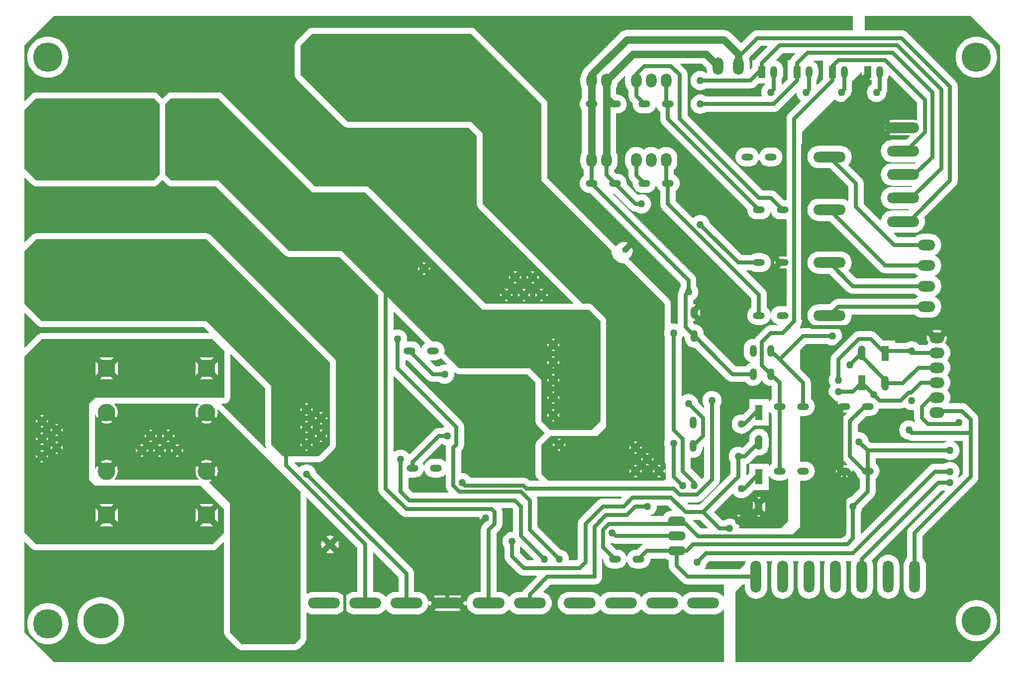
<source format=gbl>
G04 Layer_Physical_Order=2*
G04 Layer_Color=16711680*
%FSLAX43Y43*%
%MOMM*%
G71*
G01*
G75*
%ADD33C,0.635*%
%ADD34C,1.270*%
%ADD51R,8.000X8.000*%
%ADD56C,0.508*%
%ADD57O,1.200X2.000*%
%ADD58R,1.200X2.000*%
%ADD59C,5.000*%
%ADD60C,6.000*%
%ADD61O,5.500X1.800*%
%ADD62O,1.800X5.500*%
%ADD63O,2.000X1.200*%
%ADD64O,3.048X1.524*%
%ADD65O,1.800X2.400*%
%ADD66R,4.000X4.000*%
%ADD67C,4.000*%
%ADD68R,3.000X3.000*%
%ADD69C,3.000*%
%ADD70O,1.800X3.000*%
%ADD71O,3.000X1.800*%
%ADD72O,2.600X1.800*%
%ADD73O,1.270X2.540*%
%ADD74R,1.270X2.540*%
%ADD75O,3.000X4.000*%
%ADD76C,1.270*%
%ADD77C,0.500*%
%ADD78R,4.000X6.000*%
%ADD79R,4.000X6.000*%
%ADD80R,6.000X6.000*%
%ADD81R,6.000X6.000*%
%ADD82R,8.000X8.000*%
G36*
X83100Y69392D02*
X83228D01*
X86560Y66060D01*
X86836Y65849D01*
X87156Y65716D01*
X87500Y65671D01*
X88542D01*
X88587Y65634D01*
X88871Y65482D01*
X89179Y65389D01*
X89500Y65357D01*
X89821Y65389D01*
X90129Y65482D01*
X90413Y65634D01*
X90662Y65838D01*
X90866Y66087D01*
X91018Y66371D01*
X91111Y66679D01*
X91143Y67000D01*
X91115Y67279D01*
X91234Y67339D01*
X91287Y67287D01*
X91496Y67127D01*
X91739Y67026D01*
X92000Y66991D01*
X103582D01*
X104991Y65582D01*
X104991Y59000D01*
X105026Y58739D01*
X105127Y58496D01*
X105287Y58287D01*
X105287Y58287D01*
X106574Y57000D01*
X105287Y55713D01*
X105287Y55713D01*
X105127Y55504D01*
X105026Y55261D01*
X104991Y55000D01*
X104991Y50000D01*
X105026Y49739D01*
X105127Y49496D01*
X105287Y49287D01*
X105287Y49287D01*
X105627Y48946D01*
X105579Y48829D01*
X104014D01*
X103868Y48975D01*
X103593Y49186D01*
X103273Y49319D01*
X102929Y49364D01*
X93892D01*
X93866Y49413D01*
X93662Y49662D01*
X93413Y49866D01*
X93129Y50018D01*
X92821Y50111D01*
X92500Y50143D01*
X92423Y50135D01*
X92329Y50221D01*
Y53950D01*
X92440Y54060D01*
X92651Y54336D01*
X92784Y54656D01*
X92829Y55000D01*
Y58000D01*
X92784Y58344D01*
X92651Y58664D01*
X92440Y58940D01*
X82829Y68550D01*
Y69324D01*
X82923Y69410D01*
X83100Y69392D01*
D02*
G37*
G36*
X144763Y49607D02*
X144963Y49363D01*
X145207Y49163D01*
X145485Y49015D01*
X145786Y48923D01*
X146100Y48892D01*
X146900D01*
X147214Y48923D01*
X147515Y49015D01*
X147793Y49163D01*
X147885Y49239D01*
X148000Y49184D01*
Y42000D01*
X146726Y40726D01*
X139664D01*
X139643Y40750D01*
X139621Y40972D01*
X139770Y40992D01*
X139792Y41001D01*
X139563Y41230D01*
X139518Y41379D01*
X139366Y41663D01*
X139274Y41774D01*
X139162Y41912D01*
X138913Y42116D01*
X138629Y42268D01*
X138506Y42305D01*
X138506Y42305D01*
X138321Y42361D01*
X138000Y42393D01*
X137679Y42361D01*
X137371Y42268D01*
X137087Y42116D01*
X137042Y42079D01*
X136800D01*
X135379Y43500D01*
X138500Y46621D01*
X138610Y46605D01*
X138639Y46581D01*
X138838Y46338D01*
X139087Y46134D01*
X139371Y45982D01*
X139679Y45889D01*
X140000Y45857D01*
X140321Y45889D01*
X140629Y45982D01*
X140913Y46134D01*
X141162Y46338D01*
X141181Y46362D01*
X141440Y46560D01*
X142109Y47230D01*
X144635D01*
Y49585D01*
X144758Y49616D01*
X144763Y49607D01*
D02*
G37*
G36*
X86115Y50385D02*
X86263Y50107D01*
X86463Y49863D01*
X86707Y49663D01*
X86985Y49515D01*
X87286Y49423D01*
X87600Y49392D01*
X88400D01*
X88714Y49423D01*
X89015Y49515D01*
X89293Y49663D01*
X89537Y49863D01*
X89552Y49881D01*
X89671Y49838D01*
Y48000D01*
X89716Y47656D01*
X89849Y47336D01*
X90060Y47060D01*
X90174Y46946D01*
X90126Y46829D01*
X84050D01*
X83329Y47550D01*
Y49324D01*
X83423Y49410D01*
X83600Y49392D01*
X84400D01*
X84714Y49423D01*
X85015Y49515D01*
X85293Y49663D01*
X85537Y49863D01*
X85737Y50107D01*
X85885Y50385D01*
X85934Y50544D01*
X86066D01*
X86115Y50385D01*
D02*
G37*
G36*
X130392Y73228D02*
Y73100D01*
X130423Y72786D01*
X130515Y72485D01*
X130663Y72207D01*
X130863Y71963D01*
X131107Y71763D01*
X131385Y71615D01*
X131686Y71523D01*
X132000Y71492D01*
X132117Y71504D01*
X137560Y66060D01*
X137836Y65849D01*
X138156Y65716D01*
X138500Y65671D01*
X140692D01*
X140863Y65463D01*
X141107Y65263D01*
X141385Y65115D01*
X141686Y65023D01*
X142000Y64992D01*
X142314Y65023D01*
X142615Y65115D01*
X142893Y65263D01*
X143137Y65463D01*
X143337Y65707D01*
X143428Y65877D01*
X143572D01*
X143663Y65707D01*
X143863Y65463D01*
X144107Y65263D01*
X144385Y65115D01*
X144686Y65023D01*
X145000Y64992D01*
X145064Y64999D01*
X145171Y64900D01*
Y62808D01*
X144963Y62637D01*
X144763Y62393D01*
X144758Y62384D01*
X144635Y62415D01*
Y62770D01*
X141365D01*
Y61244D01*
X140240Y60119D01*
X140000Y60143D01*
X139679Y60111D01*
X139371Y60018D01*
X139087Y59866D01*
X138838Y59662D01*
X138634Y59413D01*
X138482Y59129D01*
X138389Y58821D01*
X138357Y58500D01*
X138389Y58179D01*
X138482Y57871D01*
X138634Y57587D01*
X138838Y57338D01*
X139087Y57134D01*
X139371Y56982D01*
X139679Y56889D01*
X140000Y56857D01*
X140321Y56889D01*
X140629Y56982D01*
X140913Y57134D01*
X141162Y57338D01*
X141181Y57362D01*
X141440Y57560D01*
X142109Y58230D01*
X144635D01*
Y60585D01*
X144758Y60616D01*
X144763Y60607D01*
X144963Y60363D01*
X145171Y60192D01*
Y51808D01*
X144963Y51637D01*
X144763Y51393D01*
X144758Y51384D01*
X144635Y51415D01*
Y51770D01*
X141365D01*
Y50244D01*
X140946Y49826D01*
X140829Y49874D01*
Y51704D01*
X140924Y51716D01*
X141057Y51771D01*
X141244Y51849D01*
X141520Y52060D01*
X142644Y53184D01*
X142679Y53174D01*
X143000Y53142D01*
X143321Y53174D01*
X143629Y53267D01*
X143913Y53419D01*
X144162Y53623D01*
X144366Y53872D01*
X144518Y54156D01*
X144611Y54464D01*
X144643Y54785D01*
Y56055D01*
X144611Y56376D01*
X144518Y56684D01*
X144366Y56968D01*
X144162Y57217D01*
X143913Y57421D01*
X143629Y57573D01*
X143321Y57666D01*
X143000Y57698D01*
X142679Y57666D01*
X142371Y57573D01*
X142087Y57421D01*
X141838Y57217D01*
X141634Y56968D01*
X141482Y56684D01*
X141389Y56376D01*
X141357Y56055D01*
Y55656D01*
X140187Y54487D01*
X140129Y54518D01*
X139821Y54611D01*
X139500Y54643D01*
X139179Y54611D01*
X138871Y54518D01*
X138587Y54366D01*
X138338Y54162D01*
X138134Y53913D01*
X137982Y53629D01*
X137889Y53321D01*
X137857Y53000D01*
X137889Y52679D01*
X137982Y52371D01*
X138134Y52087D01*
X138171Y52042D01*
Y50050D01*
X132950Y44829D01*
X131050D01*
X130826Y45054D01*
X130874Y45171D01*
X132500D01*
X132844Y45216D01*
X132977Y45271D01*
X133164Y45349D01*
X133440Y45560D01*
X135940Y48060D01*
X136151Y48336D01*
X136284Y48656D01*
X136329Y49000D01*
Y61542D01*
X136366Y61587D01*
X136518Y61871D01*
X136611Y62179D01*
X136643Y62500D01*
X136611Y62821D01*
X136518Y63129D01*
X136366Y63413D01*
X136162Y63662D01*
X135913Y63866D01*
X135629Y64018D01*
X135321Y64111D01*
X135000Y64143D01*
X134679Y64111D01*
X134371Y64018D01*
X134087Y63866D01*
X133838Y63662D01*
X133634Y63413D01*
X133482Y63129D01*
X133389Y62821D01*
X133357Y62500D01*
X133389Y62179D01*
X133482Y61871D01*
X133634Y61587D01*
X133671Y61542D01*
Y61374D01*
X133554Y61326D01*
X132617Y62262D01*
X132611Y62321D01*
X132518Y62629D01*
X132366Y62913D01*
X132162Y63162D01*
X131913Y63366D01*
X131629Y63518D01*
X131321Y63611D01*
X131000Y63643D01*
X130679Y63611D01*
X130371Y63518D01*
X130087Y63366D01*
X129956Y63258D01*
X129829Y63318D01*
Y73042D01*
X129866Y73087D01*
X130018Y73371D01*
X130036Y73431D01*
X130159Y73462D01*
X130392Y73228D01*
D02*
G37*
G36*
X167838Y61338D02*
X168087Y61134D01*
X168371Y60982D01*
X168679Y60889D01*
X169000Y60857D01*
X169294Y60886D01*
X169410Y60822D01*
X169421Y60814D01*
Y59500D01*
X169466Y59156D01*
X169573Y58899D01*
X169468Y58821D01*
X169413Y58866D01*
X169129Y59018D01*
X168821Y59111D01*
X168500Y59143D01*
X168179Y59111D01*
X167871Y59018D01*
X167587Y58866D01*
X167338Y58662D01*
X167134Y58413D01*
X166982Y58129D01*
X166889Y57821D01*
X166857Y57500D01*
X166889Y57179D01*
X166982Y56871D01*
X167134Y56587D01*
X167338Y56338D01*
X167587Y56134D01*
X167871Y55982D01*
X168179Y55889D01*
X168300Y55877D01*
X168336Y55849D01*
X168523Y55771D01*
X168656Y55716D01*
X169000Y55671D01*
X174939D01*
X174958Y55544D01*
X174871Y55518D01*
X174587Y55366D01*
X174542Y55329D01*
X162050D01*
X161617Y55762D01*
X161611Y55821D01*
X161518Y56129D01*
X161366Y56413D01*
X161162Y56662D01*
X160913Y56866D01*
X160629Y57018D01*
X160321Y57111D01*
X160000Y57143D01*
X159923Y57135D01*
X159829Y57221D01*
Y58450D01*
X161272Y59892D01*
X161900D01*
X162214Y59923D01*
X162515Y60015D01*
X162793Y60163D01*
X163037Y60363D01*
X163237Y60607D01*
X163385Y60885D01*
X163473Y61175D01*
X163500Y61171D01*
X167087D01*
X167431Y61216D01*
X167564Y61271D01*
X167752Y61349D01*
X167799Y61386D01*
X167838Y61338D01*
D02*
G37*
G36*
X120264Y117726D02*
X120247Y117672D01*
X120211Y117300D01*
Y116700D01*
X120247Y116328D01*
X120356Y115969D01*
X120533Y115639D01*
X120770Y115350D01*
X120791Y115333D01*
Y114380D01*
X120836Y114036D01*
X120969Y113716D01*
X121180Y113440D01*
X121504Y113117D01*
X121492Y113000D01*
X121523Y112686D01*
X121615Y112385D01*
X121763Y112107D01*
X121963Y111863D01*
X122207Y111663D01*
X122485Y111515D01*
X122786Y111423D01*
X123100Y111392D01*
X123900D01*
X124214Y111423D01*
X124515Y111515D01*
X124793Y111663D01*
X125037Y111863D01*
X125237Y112107D01*
X125385Y112385D01*
X125434Y112544D01*
X125566D01*
X125615Y112385D01*
X125763Y112107D01*
X125963Y111863D01*
X126171Y111692D01*
Y110500D01*
X126216Y110156D01*
X126349Y109836D01*
X126560Y109560D01*
X141004Y95117D01*
X140992Y95000D01*
X141023Y94686D01*
X141115Y94385D01*
X141263Y94107D01*
X141463Y93863D01*
X141707Y93663D01*
X141985Y93515D01*
X142286Y93423D01*
X142600Y93392D01*
X143400D01*
X143714Y93423D01*
X144015Y93515D01*
X144293Y93663D01*
X144537Y93863D01*
X144737Y94107D01*
X144885Y94385D01*
X144934Y94544D01*
X145066D01*
X145115Y94385D01*
X145263Y94107D01*
X145463Y93863D01*
X145707Y93663D01*
X145985Y93515D01*
X146286Y93423D01*
X146600Y93392D01*
X147400D01*
X147577Y93410D01*
X147671Y93324D01*
Y87101D01*
X147544Y86990D01*
X147400Y87009D01*
X146600D01*
X146339Y86974D01*
X146335Y86972D01*
X146954Y86354D01*
X146600Y86000D01*
X146954Y85646D01*
X146335Y85028D01*
X146339Y85026D01*
X146600Y84991D01*
X147400D01*
X147544Y85010D01*
X147671Y84899D01*
Y78676D01*
X147577Y78590D01*
X147400Y78608D01*
X146600D01*
X146286Y78577D01*
X145985Y78485D01*
X145707Y78337D01*
X145463Y78137D01*
X145263Y77893D01*
X145115Y77615D01*
X145066Y77456D01*
X144934D01*
X144885Y77615D01*
X144737Y77893D01*
X144537Y78137D01*
X144329Y78308D01*
Y80500D01*
X144284Y80844D01*
X144151Y81164D01*
X143940Y81440D01*
X140826Y84554D01*
X140874Y84671D01*
X141697D01*
X141707Y84663D01*
X141985Y84515D01*
X142286Y84423D01*
X142600Y84392D01*
X143400D01*
X143714Y84423D01*
X144015Y84515D01*
X144293Y84663D01*
X144537Y84863D01*
X144737Y85107D01*
X144885Y85385D01*
X144977Y85686D01*
X145008Y86000D01*
X144977Y86314D01*
X144885Y86615D01*
X144737Y86893D01*
X144537Y87137D01*
X144293Y87337D01*
X144015Y87485D01*
X143714Y87577D01*
X143400Y87608D01*
X142600D01*
X142286Y87577D01*
X141985Y87485D01*
X141707Y87337D01*
X141697Y87329D01*
X140050D01*
X134617Y92762D01*
X134611Y92821D01*
X134518Y93129D01*
X134366Y93413D01*
X134162Y93662D01*
X133913Y93866D01*
X133629Y94018D01*
X133321Y94111D01*
X133000Y94143D01*
X132679Y94111D01*
X132371Y94018D01*
X132087Y93866D01*
X131838Y93662D01*
X131723Y93656D01*
X128829Y96550D01*
Y98192D01*
X129037Y98363D01*
X129237Y98607D01*
X129385Y98885D01*
X129477Y99186D01*
X129508Y99500D01*
X129477Y99814D01*
X129385Y100115D01*
X129237Y100393D01*
X129037Y100637D01*
X128793Y100837D01*
X128529Y100978D01*
Y101833D01*
X128550Y101850D01*
X128787Y102139D01*
X128964Y102469D01*
X129073Y102828D01*
X129109Y103200D01*
Y103800D01*
X129073Y104172D01*
X128964Y104531D01*
X128787Y104861D01*
X128550Y105150D01*
X128261Y105387D01*
X127931Y105564D01*
X127572Y105673D01*
X127200Y105709D01*
X126828Y105673D01*
X126469Y105564D01*
X126139Y105387D01*
X125930Y105216D01*
X125721Y105387D01*
X125391Y105564D01*
X125032Y105673D01*
X124660Y105709D01*
X124288Y105673D01*
X123929Y105564D01*
X123599Y105387D01*
X123390Y105216D01*
X123181Y105387D01*
X122851Y105564D01*
X122492Y105673D01*
X122120Y105709D01*
X121748Y105673D01*
X121389Y105564D01*
X121059Y105387D01*
X120770Y105150D01*
X120533Y104861D01*
X120356Y104531D01*
X120247Y104172D01*
X120211Y103800D01*
Y103200D01*
X120247Y102828D01*
X120356Y102469D01*
X120533Y102139D01*
X120770Y101850D01*
X120791Y101833D01*
Y100880D01*
X120836Y100536D01*
X120969Y100216D01*
X121180Y99940D01*
X121504Y99617D01*
X121492Y99500D01*
X121523Y99186D01*
X121615Y98885D01*
X121763Y98607D01*
X121963Y98363D01*
X122207Y98163D01*
X122485Y98015D01*
X122786Y97923D01*
X123100Y97892D01*
X123900D01*
X124214Y97923D01*
X124515Y98015D01*
X124793Y98163D01*
X125037Y98363D01*
X125237Y98607D01*
X125385Y98885D01*
X125434Y99044D01*
X125566D01*
X125615Y98885D01*
X125763Y98607D01*
X125963Y98363D01*
X126171Y98192D01*
Y96000D01*
X126216Y95656D01*
X126349Y95336D01*
X126560Y95060D01*
X141671Y79950D01*
Y78308D01*
X141463Y78137D01*
X141263Y77893D01*
X141115Y77615D01*
X141023Y77314D01*
X140992Y77000D01*
X141023Y76686D01*
X141115Y76385D01*
X141263Y76107D01*
X141463Y75863D01*
X141707Y75663D01*
X141985Y75515D01*
X142286Y75423D01*
X142600Y75392D01*
X143400D01*
X143714Y75423D01*
X144015Y75515D01*
X144293Y75663D01*
X144537Y75863D01*
X144737Y76107D01*
X144885Y76385D01*
X144934Y76544D01*
X145066D01*
X145115Y76385D01*
X145263Y76107D01*
X145463Y75863D01*
X145707Y75663D01*
X145985Y75515D01*
X146178Y75456D01*
X146160Y75329D01*
X145000D01*
X144656Y75284D01*
X144336Y75151D01*
X144060Y74940D01*
X142560Y73440D01*
X142349Y73164D01*
X142273Y72981D01*
X142000Y73008D01*
X141686Y72977D01*
X141385Y72885D01*
X141107Y72737D01*
X140863Y72537D01*
X140663Y72293D01*
X140515Y72015D01*
X140423Y71714D01*
X140392Y71400D01*
Y70600D01*
X140423Y70286D01*
X140515Y69985D01*
X140663Y69707D01*
X140863Y69463D01*
X141107Y69263D01*
X141385Y69115D01*
X141544Y69066D01*
Y68934D01*
X141385Y68885D01*
X141107Y68737D01*
X140863Y68537D01*
X140692Y68329D01*
X139050D01*
X133608Y73772D01*
Y73900D01*
X133577Y74214D01*
X133485Y74515D01*
X133337Y74793D01*
X133137Y75037D01*
X132893Y75237D01*
X132615Y75385D01*
X132314Y75477D01*
X132000Y75508D01*
X131936Y75501D01*
X131829Y75600D01*
Y76018D01*
X131924Y76101D01*
X132000Y76091D01*
X132261Y76126D01*
X132265Y76128D01*
X131829Y76564D01*
Y76929D01*
X132354Y77454D01*
X132972Y76835D01*
X132974Y76839D01*
X133009Y77100D01*
Y77900D01*
X132974Y78161D01*
X132972Y78165D01*
X132354Y77546D01*
X131829Y78071D01*
Y78436D01*
X132265Y78872D01*
X132261Y78874D01*
X132000Y78909D01*
X131924Y78899D01*
X131829Y78982D01*
Y79589D01*
X131913Y79634D01*
X132162Y79838D01*
X132366Y80087D01*
X132518Y80371D01*
X132611Y80679D01*
X132643Y81000D01*
X132611Y81321D01*
X132518Y81629D01*
X132366Y81913D01*
X132329Y81958D01*
Y83000D01*
X132284Y83344D01*
X132151Y83664D01*
X131940Y83940D01*
X118186Y97694D01*
X118229Y97830D01*
X118282Y97839D01*
X121060Y95060D01*
X121336Y94849D01*
X121656Y94716D01*
X122000Y94671D01*
X122042D01*
X122087Y94634D01*
X122371Y94482D01*
X122679Y94389D01*
X123000Y94357D01*
X123321Y94389D01*
X123629Y94482D01*
X123913Y94634D01*
X124162Y94838D01*
X124366Y95087D01*
X124518Y95371D01*
X124611Y95679D01*
X124643Y96000D01*
X124611Y96321D01*
X124518Y96629D01*
X124366Y96913D01*
X124162Y97162D01*
X123913Y97366D01*
X123629Y97518D01*
X123321Y97611D01*
X123000Y97643D01*
X122679Y97611D01*
X122371Y97518D01*
X122365Y97514D01*
X120496Y99383D01*
X120508Y99500D01*
X120477Y99814D01*
X120385Y100115D01*
X120237Y100393D01*
X120037Y100637D01*
X119793Y100837D01*
X119515Y100985D01*
X119214Y101077D01*
X118900Y101108D01*
X118772D01*
X118369Y101510D01*
Y101833D01*
X118390Y101850D01*
X118627Y102139D01*
X118804Y102469D01*
X118913Y102828D01*
X118949Y103200D01*
Y103800D01*
X118913Y104172D01*
X118804Y104531D01*
X118683Y104757D01*
Y111392D01*
X118900D01*
X119214Y111423D01*
X119515Y111515D01*
X119793Y111663D01*
X120037Y111863D01*
X120237Y112107D01*
X120385Y112385D01*
X120477Y112686D01*
X120508Y113000D01*
X120477Y113314D01*
X120385Y113615D01*
X120237Y113893D01*
X120037Y114137D01*
X119793Y114337D01*
X119515Y114485D01*
X119214Y114577D01*
X118900Y114608D01*
X118772D01*
X118683Y114696D01*
Y115743D01*
X118804Y115969D01*
X118913Y116328D01*
X118937Y116573D01*
X120155Y117791D01*
X120264Y117726D01*
D02*
G37*
G36*
X134277Y40844D02*
X134228Y40726D01*
X133153D01*
X131826Y42054D01*
X131874Y42171D01*
X132950D01*
X134277Y40844D01*
D02*
G37*
G36*
X101171Y43950D02*
Y40221D01*
X101077Y40135D01*
X101000Y40143D01*
X100679Y40111D01*
X100371Y40018D01*
X100087Y39866D01*
X99838Y39662D01*
X99634Y39413D01*
X99482Y39129D01*
X99389Y38821D01*
X99357Y38500D01*
X99389Y38179D01*
X99482Y37871D01*
X99634Y37587D01*
X99671Y37542D01*
Y36000D01*
X99716Y35656D01*
X99849Y35336D01*
X100060Y35060D01*
X102060Y33060D01*
X102336Y32849D01*
X102656Y32716D01*
X103000Y32671D01*
X105126D01*
X105174Y32554D01*
X103060Y30440D01*
X102849Y30164D01*
X102743Y29909D01*
X102150D01*
X101778Y29873D01*
X101419Y29764D01*
X101089Y29587D01*
X100800Y29350D01*
X100574Y29075D01*
X100500Y29065D01*
X100426Y29075D01*
X100200Y29350D01*
X99911Y29587D01*
X99581Y29764D01*
X99222Y29873D01*
X98850Y29909D01*
X98329D01*
Y39950D01*
X98940Y40560D01*
X99151Y40836D01*
X99284Y41156D01*
X99329Y41500D01*
Y43500D01*
X99284Y43844D01*
X99201Y44044D01*
X99286Y44171D01*
X100950D01*
X101171Y43950D01*
D02*
G37*
G36*
X47687Y61880D02*
X47650Y61850D01*
X47413Y61561D01*
X47236Y61231D01*
X47127Y60872D01*
X47091Y60500D01*
X47127Y60128D01*
X47236Y59769D01*
X47350Y59557D01*
X48646Y60854D01*
X49000Y60500D01*
X49354Y60854D01*
X50650Y59557D01*
X50764Y59769D01*
X50873Y60128D01*
X50909Y60500D01*
X50873Y60872D01*
X50840Y60981D01*
X50952Y61048D01*
X65000Y47000D01*
Y22000D01*
X64000Y21000D01*
X55000D01*
X53000Y23000D01*
Y45000D01*
X49460Y48540D01*
X49491Y48663D01*
X49731Y48736D01*
X49943Y48850D01*
X48646Y50146D01*
X47350Y51443D01*
X47236Y51231D01*
X47127Y50872D01*
X47091Y50500D01*
X47127Y50128D01*
X47236Y49769D01*
X47413Y49439D01*
X47650Y49150D01*
X47687Y49120D01*
X47644Y49000D01*
X33356D01*
X33313Y49120D01*
X33350Y49150D01*
X33587Y49439D01*
X33764Y49769D01*
X33873Y50128D01*
X33909Y50500D01*
X33873Y50872D01*
X33764Y51231D01*
X33650Y51443D01*
X32354Y50146D01*
X32000Y50500D01*
X31646Y50146D01*
X30350Y51443D01*
X30236Y51231D01*
X30127Y50872D01*
X30127Y50867D01*
X30000Y50874D01*
Y60126D01*
X30127Y60133D01*
X30127Y60128D01*
X30236Y59769D01*
X30350Y59557D01*
X31646Y60854D01*
X32000Y60500D01*
X32354Y60854D01*
X33650Y59557D01*
X33764Y59769D01*
X33873Y60128D01*
X33909Y60500D01*
X33873Y60872D01*
X33764Y61231D01*
X33587Y61561D01*
X33350Y61850D01*
X33313Y61880D01*
X33356Y62000D01*
X47644D01*
X47687Y61880D01*
D02*
G37*
G36*
X27934Y114000D02*
X28000Y113991D01*
X40009Y113991D01*
X41000Y113000D01*
Y101000D01*
X40000Y100000D01*
X20000D01*
X18000Y102000D01*
Y112000D01*
X20000Y114000D01*
X27934D01*
D02*
G37*
G36*
X128224Y43897D02*
X128177Y43764D01*
X127893Y43737D01*
X127560Y43636D01*
X127254Y43472D01*
X126986Y43252D01*
X126766Y42984D01*
X126683Y42829D01*
X124561D01*
X124542Y42956D01*
X124629Y42982D01*
X124913Y43134D01*
X125162Y43338D01*
X125366Y43587D01*
X125518Y43871D01*
X125611Y44179D01*
X125643Y44500D01*
X125635Y44577D01*
X125721Y44671D01*
X127450D01*
X128224Y43897D01*
D02*
G37*
G36*
X53287Y70287D02*
X53287Y70287D01*
X58991Y64582D01*
Y55000D01*
X58991Y55000D01*
X59026Y54739D01*
X59126Y54496D01*
X59180Y54426D01*
X59084Y54342D01*
X51665Y61761D01*
X51659Y61766D01*
X51653Y61773D01*
X51554Y61846D01*
X51531Y61864D01*
X51574Y61991D01*
X52000D01*
X52261Y62026D01*
X52504Y62126D01*
X52713Y62287D01*
X52874Y62496D01*
X52974Y62739D01*
X53009Y63000D01*
Y70399D01*
X53126Y70448D01*
X53287Y70287D01*
D02*
G37*
G36*
X86136Y72438D02*
X86125Y72269D01*
X85963Y72137D01*
X85763Y71893D01*
X85615Y71615D01*
X85566Y71456D01*
X85434D01*
X85385Y71615D01*
X85237Y71893D01*
X85037Y72137D01*
X84793Y72337D01*
X84515Y72485D01*
X84214Y72577D01*
X83900Y72608D01*
X83222D01*
X83192Y72627D01*
X83117Y72735D01*
X83143Y73000D01*
X83111Y73321D01*
X83018Y73629D01*
X82866Y73913D01*
X82662Y74162D01*
X82413Y74366D01*
X82129Y74518D01*
X81821Y74611D01*
X81500Y74643D01*
X81179Y74611D01*
X80956Y74544D01*
X80829Y74635D01*
Y77579D01*
X80946Y77627D01*
X86136Y72438D01*
D02*
G37*
G36*
X133671Y54626D02*
Y49550D01*
X133277Y49156D01*
X133170Y49161D01*
X133131Y49190D01*
X132940Y49440D01*
X131329Y51050D01*
Y52699D01*
X131395Y52748D01*
X131456Y52771D01*
X131750Y52742D01*
X132064Y52773D01*
X132365Y52865D01*
X132643Y53013D01*
X132887Y53213D01*
X133087Y53457D01*
X133235Y53735D01*
X133327Y54036D01*
X133358Y54350D01*
Y54478D01*
X133554Y54674D01*
X133671Y54626D01*
D02*
G37*
G36*
X89839Y68734D02*
X89779Y68615D01*
X89500Y68643D01*
X89179Y68611D01*
X88871Y68518D01*
X88587Y68366D01*
X88542Y68329D01*
X88050D01*
X87114Y69265D01*
X87167Y69392D01*
X87900D01*
X88214Y69423D01*
X88515Y69515D01*
X88793Y69663D01*
X88858Y69716D01*
X89839Y68734D01*
D02*
G37*
G36*
X89462Y58159D02*
X89431Y58036D01*
X89371Y58018D01*
X89087Y57866D01*
X89042Y57829D01*
X88500D01*
X88156Y57784D01*
X87836Y57651D01*
X87560Y57440D01*
X83500Y53379D01*
X83390Y53395D01*
X83361Y53419D01*
X83162Y53662D01*
X82913Y53866D01*
X82629Y54018D01*
X82321Y54111D01*
X82000Y54143D01*
X81679Y54111D01*
X81371Y54018D01*
X81087Y53866D01*
X80956Y53758D01*
X80829Y53818D01*
Y66626D01*
X80946Y66674D01*
X89462Y58159D01*
D02*
G37*
G36*
X70000Y69000D02*
Y55000D01*
X68000Y53000D01*
X62000D01*
X60000Y55000D01*
Y65000D01*
X54000Y71000D01*
X49000Y76000D01*
X23000D01*
X21000Y76000D01*
X18000Y79000D01*
Y88000D01*
X20000Y90000D01*
X49000D01*
X70000Y69000D01*
D02*
G37*
G36*
X20287Y75287D02*
X20496Y75127D01*
X20739Y75026D01*
X21000Y74991D01*
X23000Y74991D01*
X48582D01*
X49448Y74126D01*
X49399Y74009D01*
X21000D01*
X21000Y74009D01*
X20739Y73974D01*
X20496Y73873D01*
X20287Y73713D01*
X18117Y71544D01*
X18000Y71592D01*
Y77408D01*
X18117Y77456D01*
X20287Y75287D01*
D02*
G37*
G36*
X19287Y99287D02*
X19287Y99287D01*
X19496Y99127D01*
X19739Y99026D01*
X20000Y98991D01*
X40000D01*
X40261Y99026D01*
X40504Y99127D01*
X40713Y99287D01*
X40713Y99287D01*
X41500Y100074D01*
X42287Y99287D01*
X42287Y99287D01*
X42496Y99127D01*
X42739Y99026D01*
X43000Y98991D01*
X50582Y98991D01*
X62287Y87287D01*
X62496Y87127D01*
X62739Y87026D01*
X63000Y86991D01*
X71582D01*
X78171Y80402D01*
Y47500D01*
X78216Y47156D01*
X78271Y47023D01*
X78349Y46836D01*
X78560Y46560D01*
X82060Y43060D01*
X82336Y42849D01*
X82656Y42716D01*
X83000Y42671D01*
X95382D01*
X95466Y42576D01*
X95456Y42500D01*
X95492Y42230D01*
X95501Y42208D01*
X95964Y42671D01*
X96329D01*
X96671Y42329D01*
Y42050D01*
X96060Y41440D01*
X96051Y41428D01*
X96051Y41428D01*
X95849Y41164D01*
X95716Y40844D01*
X95671Y40500D01*
Y29909D01*
X95150D01*
X94778Y29873D01*
X94419Y29764D01*
X94089Y29587D01*
X93800Y29350D01*
X93563Y29061D01*
X93386Y28731D01*
X93277Y28372D01*
X93262Y28211D01*
X93134Y28209D01*
X93117Y28339D01*
X93052Y28495D01*
X92557Y28000D01*
X93052Y27505D01*
X93117Y27661D01*
X93134Y27791D01*
X93262Y27789D01*
X93277Y27628D01*
X93386Y27269D01*
X93563Y26939D01*
X93800Y26650D01*
X94089Y26413D01*
X94419Y26236D01*
X94778Y26127D01*
X95150Y26091D01*
X98850D01*
X99222Y26127D01*
X99581Y26236D01*
X99911Y26413D01*
X100200Y26650D01*
X100426Y26925D01*
X100500Y26935D01*
X100574Y26925D01*
X100800Y26650D01*
X101089Y26413D01*
X101419Y26236D01*
X101778Y26127D01*
X102150Y26091D01*
X105850D01*
X106222Y26127D01*
X106581Y26236D01*
X106911Y26413D01*
X107200Y26650D01*
X107437Y26939D01*
X107614Y27269D01*
X107723Y27628D01*
X107759Y28000D01*
X107723Y28372D01*
X107614Y28731D01*
X107437Y29061D01*
X107200Y29350D01*
X106911Y29587D01*
X106581Y29764D01*
X106363Y29830D01*
X106332Y29953D01*
X107550Y31171D01*
X115000D01*
X115344Y31216D01*
X115664Y31349D01*
X115940Y31560D01*
X116151Y31836D01*
X116284Y32156D01*
X116329Y32500D01*
Y35536D01*
X116456Y35595D01*
X116498Y35561D01*
X116492Y35500D01*
X116523Y35186D01*
X116615Y34885D01*
X116763Y34607D01*
X116963Y34363D01*
X117207Y34163D01*
X117485Y34015D01*
X117786Y33923D01*
X118100Y33892D01*
X118900D01*
X119214Y33923D01*
X119515Y34015D01*
X119793Y34163D01*
X120037Y34363D01*
X120237Y34607D01*
X120385Y34885D01*
X120434Y35044D01*
X120566D01*
X120615Y34885D01*
X120763Y34607D01*
X120963Y34363D01*
X121207Y34163D01*
X121485Y34015D01*
X121786Y33923D01*
X122100Y33892D01*
X122900D01*
X123214Y33923D01*
X123515Y34015D01*
X123793Y34163D01*
X124037Y34363D01*
X124237Y34607D01*
X124385Y34885D01*
X124477Y35186D01*
X124508Y35500D01*
X124590Y35591D01*
X127080D01*
X127254Y35448D01*
X127560Y35284D01*
X127671Y35251D01*
Y34400D01*
X127716Y34056D01*
X127849Y33736D01*
X128060Y33460D01*
X129960Y31560D01*
X130236Y31349D01*
X130556Y31216D01*
X130900Y31171D01*
X137005D01*
X137054Y31054D01*
X137000Y31000D01*
Y29185D01*
X136873Y29139D01*
X136700Y29350D01*
X136411Y29587D01*
X136081Y29764D01*
X135722Y29873D01*
X135350Y29909D01*
X131650D01*
X131278Y29873D01*
X130919Y29764D01*
X130589Y29587D01*
X130300Y29350D01*
X130074Y29075D01*
X130000Y29065D01*
X129926Y29075D01*
X129700Y29350D01*
X129411Y29587D01*
X129081Y29764D01*
X128722Y29873D01*
X128350Y29909D01*
X124650D01*
X124278Y29873D01*
X123919Y29764D01*
X123589Y29587D01*
X123300Y29350D01*
X123074Y29075D01*
X123000Y29065D01*
X122926Y29075D01*
X122700Y29350D01*
X122411Y29587D01*
X122081Y29764D01*
X121722Y29873D01*
X121350Y29909D01*
X117650D01*
X117278Y29873D01*
X116919Y29764D01*
X116589Y29587D01*
X116300Y29350D01*
X116074Y29075D01*
X116000Y29065D01*
X115926Y29075D01*
X115700Y29350D01*
X115411Y29587D01*
X115081Y29764D01*
X114722Y29873D01*
X114350Y29909D01*
X110650D01*
X110278Y29873D01*
X109919Y29764D01*
X109589Y29587D01*
X109300Y29350D01*
X109063Y29061D01*
X108886Y28731D01*
X108777Y28372D01*
X108741Y28000D01*
X108777Y27628D01*
X108886Y27269D01*
X109063Y26939D01*
X109300Y26650D01*
X109589Y26413D01*
X109919Y26236D01*
X110278Y26127D01*
X110650Y26091D01*
X114350D01*
X114722Y26127D01*
X115081Y26236D01*
X115411Y26413D01*
X115700Y26650D01*
X115926Y26925D01*
X116000Y26935D01*
X116074Y26925D01*
X116300Y26650D01*
X116589Y26413D01*
X116919Y26236D01*
X117278Y26127D01*
X117650Y26091D01*
X121350D01*
X121722Y26127D01*
X122081Y26236D01*
X122411Y26413D01*
X122700Y26650D01*
X122926Y26925D01*
X123000Y26935D01*
X123074Y26925D01*
X123300Y26650D01*
X123589Y26413D01*
X123919Y26236D01*
X124278Y26127D01*
X124650Y26091D01*
X128350D01*
X128722Y26127D01*
X129081Y26236D01*
X129411Y26413D01*
X129700Y26650D01*
X129926Y26925D01*
X130000Y26935D01*
X130074Y26925D01*
X130300Y26650D01*
X130589Y26413D01*
X130919Y26236D01*
X131278Y26127D01*
X131650Y26091D01*
X135350D01*
X135722Y26127D01*
X136081Y26236D01*
X136411Y26413D01*
X136700Y26650D01*
X136873Y26861D01*
X137000Y26815D01*
Y18000D01*
X23000D01*
X18000Y23000D01*
Y38408D01*
X18117Y38456D01*
X19287Y37287D01*
X19496Y37126D01*
X19739Y37026D01*
X20000Y36991D01*
X50000D01*
X50261Y37026D01*
X50504Y37126D01*
X50713Y37287D01*
X51874Y38448D01*
X51991Y38399D01*
Y23000D01*
X52026Y22739D01*
X52126Y22496D01*
X52287Y22287D01*
X54287Y20287D01*
X54496Y20126D01*
X54739Y20026D01*
X55000Y19991D01*
X64000D01*
X64000Y19991D01*
X64261Y20026D01*
X64504Y20126D01*
X64713Y20287D01*
X64713Y20287D01*
X65713Y21287D01*
X65873Y21496D01*
X65974Y21739D01*
X66009Y22000D01*
Y26326D01*
X66136Y26388D01*
X66419Y26236D01*
X66778Y26127D01*
X67150Y26091D01*
X70850D01*
X71222Y26127D01*
X71581Y26236D01*
X71911Y26413D01*
X72200Y26650D01*
X72426Y26925D01*
X72500Y26935D01*
X72574Y26925D01*
X72800Y26650D01*
X73089Y26413D01*
X73419Y26236D01*
X73778Y26127D01*
X74150Y26091D01*
X77850D01*
X78222Y26127D01*
X78581Y26236D01*
X78911Y26413D01*
X79200Y26650D01*
X79426Y26925D01*
X79500Y26935D01*
X79574Y26925D01*
X79800Y26650D01*
X80089Y26413D01*
X80419Y26236D01*
X80778Y26127D01*
X81150Y26091D01*
X84850D01*
X85222Y26127D01*
X85581Y26236D01*
X85911Y26413D01*
X86200Y26650D01*
X86437Y26939D01*
X86614Y27269D01*
X86723Y27628D01*
X86738Y27789D01*
X86866Y27791D01*
X86883Y27661D01*
X86948Y27505D01*
X87443Y28000D01*
X86948Y28495D01*
X86883Y28339D01*
X86866Y28209D01*
X86738Y28211D01*
X86723Y28372D01*
X86614Y28731D01*
X86437Y29061D01*
X86200Y29350D01*
X85911Y29587D01*
X85581Y29764D01*
X85222Y29873D01*
X84850Y29909D01*
X84329D01*
Y33000D01*
X84284Y33344D01*
X84151Y33664D01*
X83940Y33940D01*
X67617Y50262D01*
X67611Y50321D01*
X67518Y50629D01*
X67366Y50913D01*
X67162Y51162D01*
X66913Y51366D01*
X66629Y51518D01*
X66321Y51611D01*
X66000Y51643D01*
X65679Y51611D01*
X65371Y51518D01*
X65087Y51366D01*
X64838Y51162D01*
X64723Y51156D01*
X64005Y51874D01*
X64054Y51991D01*
X68000D01*
X68000Y51991D01*
X68261Y52026D01*
X68504Y52126D01*
X68713Y52287D01*
X68713Y52287D01*
X70713Y54287D01*
X70873Y54496D01*
X70974Y54739D01*
X71009Y55000D01*
Y69000D01*
X71009Y69000D01*
X70974Y69261D01*
X70873Y69504D01*
X70713Y69713D01*
X49713Y90713D01*
X49504Y90873D01*
X49261Y90974D01*
X49000Y91009D01*
X20000D01*
X20000Y91009D01*
X19739Y90974D01*
X19496Y90873D01*
X19287Y90713D01*
X19287Y90713D01*
X18117Y89544D01*
X18000Y89592D01*
Y100408D01*
X18117Y100456D01*
X19287Y99287D01*
D02*
G37*
G36*
X52000Y71000D02*
Y63000D01*
X49123D01*
X49000Y63012D01*
X48877Y63000D01*
X47710D01*
X47644Y63009D01*
X33356D01*
X33290Y63000D01*
X32123D01*
X32000Y63012D01*
X31877Y63000D01*
X30000D01*
X29000Y62000D01*
Y60192D01*
X28991Y60126D01*
Y50874D01*
X29000Y50808D01*
Y49000D01*
X30000Y48000D01*
X31877D01*
X32000Y47988D01*
X32123Y48000D01*
X33290D01*
X33356Y47991D01*
X47644D01*
X47710Y48000D01*
X48000D01*
X51991Y44009D01*
Y39991D01*
X50000Y38000D01*
X20000D01*
X18000Y40000D01*
Y70000D01*
X21000Y73000D01*
X50000D01*
X52000Y71000D01*
D02*
G37*
G36*
X89087Y55134D02*
X89371Y54982D01*
X89607Y54911D01*
X89684Y54863D01*
X89705Y54759D01*
X89671Y54500D01*
Y52162D01*
X89552Y52119D01*
X89537Y52137D01*
X89293Y52337D01*
X89015Y52485D01*
X88714Y52577D01*
X88400Y52608D01*
X87600D01*
X87286Y52577D01*
X86985Y52485D01*
X86707Y52337D01*
X86463Y52137D01*
X86263Y51893D01*
X86115Y51615D01*
X86066Y51456D01*
X85934D01*
X85885Y51615D01*
X85749Y51870D01*
X89047Y55167D01*
X89087Y55134D01*
D02*
G37*
G36*
X184000Y123000D02*
Y23000D01*
X179000Y18000D01*
X139000D01*
Y30000D01*
X140171Y31171D01*
X140591D01*
Y30650D01*
X140627Y30278D01*
X140736Y29919D01*
X140913Y29589D01*
X141150Y29300D01*
X141439Y29063D01*
X141769Y28886D01*
X142128Y28777D01*
X142500Y28741D01*
X142872Y28777D01*
X143231Y28886D01*
X143561Y29063D01*
X143850Y29300D01*
X144087Y29589D01*
X144264Y29919D01*
X144373Y30278D01*
X144409Y30650D01*
Y34350D01*
X144373Y34722D01*
X144275Y35044D01*
X144341Y35171D01*
X145159D01*
X145225Y35044D01*
X145127Y34722D01*
X145091Y34350D01*
Y30650D01*
X145127Y30278D01*
X145236Y29919D01*
X145413Y29589D01*
X145650Y29300D01*
X145939Y29063D01*
X146269Y28886D01*
X146628Y28777D01*
X147000Y28741D01*
X147372Y28777D01*
X147731Y28886D01*
X148061Y29063D01*
X148350Y29300D01*
X148587Y29589D01*
X148764Y29919D01*
X148873Y30278D01*
X148909Y30650D01*
Y34350D01*
X148873Y34722D01*
X148775Y35044D01*
X148841Y35171D01*
X149659D01*
X149725Y35044D01*
X149627Y34722D01*
X149591Y34350D01*
Y30650D01*
X149627Y30278D01*
X149736Y29919D01*
X149913Y29589D01*
X150150Y29300D01*
X150439Y29063D01*
X150769Y28886D01*
X151128Y28777D01*
X151500Y28741D01*
X151872Y28777D01*
X152231Y28886D01*
X152561Y29063D01*
X152850Y29300D01*
X153087Y29589D01*
X153264Y29919D01*
X153373Y30278D01*
X153409Y30650D01*
Y34350D01*
X153373Y34722D01*
X153275Y35044D01*
X153341Y35171D01*
X154159D01*
X154225Y35044D01*
X154127Y34722D01*
X154091Y34350D01*
Y30650D01*
X154127Y30278D01*
X154236Y29919D01*
X154413Y29589D01*
X154650Y29300D01*
X154939Y29063D01*
X155269Y28886D01*
X155628Y28777D01*
X156000Y28741D01*
X156372Y28777D01*
X156731Y28886D01*
X157061Y29063D01*
X157350Y29300D01*
X157587Y29589D01*
X157764Y29919D01*
X157873Y30278D01*
X157909Y30650D01*
Y34350D01*
X157873Y34722D01*
X157775Y35044D01*
X157841Y35171D01*
X158659D01*
X158725Y35044D01*
X158627Y34722D01*
X158591Y34350D01*
Y30650D01*
X158627Y30278D01*
X158736Y29919D01*
X158913Y29589D01*
X159150Y29300D01*
X159439Y29063D01*
X159769Y28886D01*
X160128Y28777D01*
X160500Y28741D01*
X160872Y28777D01*
X161231Y28886D01*
X161561Y29063D01*
X161850Y29300D01*
X162087Y29589D01*
X162264Y29919D01*
X162372Y30278D01*
X162409Y30650D01*
Y34350D01*
X162372Y34722D01*
X162264Y35081D01*
X162158Y35279D01*
X174050Y47171D01*
X174542D01*
X174581Y47139D01*
X174605Y47110D01*
X174621Y47000D01*
X168560Y40940D01*
X168349Y40664D01*
X168216Y40344D01*
X168171Y40000D01*
Y35717D01*
X168150Y35700D01*
X167913Y35411D01*
X167736Y35081D01*
X167627Y34722D01*
X167591Y34350D01*
Y30650D01*
X167627Y30278D01*
X167736Y29919D01*
X167913Y29589D01*
X168150Y29300D01*
X168439Y29063D01*
X168769Y28886D01*
X169128Y28777D01*
X169500Y28741D01*
X169872Y28777D01*
X170231Y28886D01*
X170561Y29063D01*
X170850Y29300D01*
X171087Y29589D01*
X171264Y29919D01*
X171372Y30278D01*
X171409Y30650D01*
Y34350D01*
X171372Y34722D01*
X171264Y35081D01*
X171087Y35411D01*
X170850Y35700D01*
X170829Y35717D01*
Y39450D01*
X179940Y48560D01*
X180151Y48836D01*
X180284Y49156D01*
X180329Y49500D01*
Y59250D01*
X180284Y59594D01*
X180151Y59914D01*
X179940Y60190D01*
X178440Y61690D01*
X178164Y61901D01*
X177977Y61979D01*
X177844Y62034D01*
X177500Y62079D01*
X175414D01*
X175349Y62188D01*
X175414Y62309D01*
X175523Y62668D01*
X175559Y63040D01*
X175523Y63412D01*
X175414Y63771D01*
X175237Y64101D01*
X175066Y64310D01*
X175237Y64519D01*
X175414Y64849D01*
X175523Y65208D01*
X175559Y65580D01*
X175523Y65952D01*
X175414Y66311D01*
X175237Y66641D01*
X175066Y66850D01*
X175237Y67059D01*
X175414Y67389D01*
X175523Y67748D01*
X175559Y68120D01*
X175523Y68492D01*
X175414Y68851D01*
X175237Y69181D01*
X175066Y69390D01*
X175237Y69599D01*
X175414Y69929D01*
X175523Y70288D01*
X175559Y70660D01*
X175523Y71032D01*
X175414Y71391D01*
X175237Y71721D01*
X175000Y72010D01*
X174711Y72247D01*
X174689Y72259D01*
X174662Y72383D01*
X174786Y72544D01*
X174917Y72861D01*
X174961Y73200D01*
X174917Y73539D01*
X174852Y73695D01*
X174004Y72846D01*
X173296Y73554D01*
X174145Y74402D01*
X173989Y74467D01*
X173650Y74511D01*
X172850D01*
X172511Y74467D01*
X172355Y74402D01*
X173204Y73554D01*
X172496Y72846D01*
X171648Y73695D01*
X171583Y73539D01*
X171539Y73200D01*
X171583Y72861D01*
X171714Y72544D01*
X171838Y72383D01*
X171811Y72259D01*
X171789Y72247D01*
X171500Y72010D01*
X171483Y71989D01*
X170304D01*
X170162Y72162D01*
X169913Y72366D01*
X169629Y72518D01*
X169321Y72611D01*
X169000Y72643D01*
X168679Y72611D01*
X168371Y72518D01*
X168087Y72366D01*
X168042Y72329D01*
X166135D01*
Y72770D01*
X164109D01*
X162940Y73940D01*
X162664Y74151D01*
X162477Y74229D01*
X162344Y74284D01*
X162000Y74329D01*
X160000D01*
X159656Y74284D01*
X159336Y74151D01*
X159060Y73940D01*
X155560Y70440D01*
X155349Y70164D01*
X155216Y69844D01*
X155171Y69500D01*
Y66958D01*
X155134Y66913D01*
X154982Y66629D01*
X154889Y66321D01*
X154857Y66000D01*
X154889Y65679D01*
X154982Y65371D01*
X155134Y65087D01*
X155206Y65000D01*
X155134Y64913D01*
X154982Y64629D01*
X154889Y64321D01*
X154857Y64000D01*
X154889Y63679D01*
X154982Y63371D01*
X155134Y63087D01*
X155338Y62838D01*
X155587Y62634D01*
X155871Y62482D01*
X156179Y62389D01*
X156381Y62369D01*
X156418Y62237D01*
X156387Y62213D01*
X156227Y62004D01*
X156126Y61761D01*
X156091Y61500D01*
X156126Y61239D01*
X156128Y61235D01*
X156746Y61854D01*
X157454Y61146D01*
X156835Y60528D01*
X156839Y60526D01*
X157100Y60491D01*
X157900D01*
X157948Y60498D01*
X158005Y60384D01*
X157560Y59940D01*
X157349Y59664D01*
X157271Y59477D01*
X157216Y59344D01*
X157171Y59000D01*
Y53000D01*
X157216Y52656D01*
X157271Y52523D01*
X157349Y52336D01*
X157560Y52060D01*
X158005Y51616D01*
X157948Y51502D01*
X157900Y51509D01*
X157100D01*
X156839Y51474D01*
X156835Y51472D01*
X157454Y50854D01*
X157100Y50500D01*
X157454Y50146D01*
X156835Y49528D01*
X156839Y49526D01*
X157100Y49491D01*
X157900D01*
X158161Y49526D01*
X158165Y49528D01*
X157546Y50146D01*
X158254Y50854D01*
X158872Y50235D01*
X158874Y50239D01*
X158909Y50500D01*
X158902Y50548D01*
X159016Y50605D01*
X159562Y50059D01*
X159615Y49885D01*
X159763Y49607D01*
X159963Y49363D01*
X160171Y49192D01*
Y47550D01*
X158738Y46117D01*
X158679Y46111D01*
X158371Y46018D01*
X158087Y45866D01*
X157838Y45662D01*
X157634Y45413D01*
X157482Y45129D01*
X157389Y44821D01*
X157357Y44500D01*
X157389Y44179D01*
X157482Y43871D01*
X157634Y43587D01*
X157671Y43542D01*
Y39550D01*
X157450Y39329D01*
X148495D01*
X148446Y39446D01*
X150000Y41000D01*
Y48808D01*
X150094Y48893D01*
X150100Y48892D01*
X150900D01*
X151214Y48923D01*
X151515Y49015D01*
X151793Y49163D01*
X152037Y49363D01*
X152237Y49607D01*
X152385Y49885D01*
X152477Y50186D01*
X152508Y50500D01*
X152477Y50814D01*
X152385Y51115D01*
X152237Y51393D01*
X152037Y51637D01*
X151793Y51837D01*
X151515Y51985D01*
X151214Y52077D01*
X150900Y52108D01*
X150100D01*
X150094Y52107D01*
X150000Y52192D01*
Y59808D01*
X150094Y59893D01*
X150100Y59892D01*
X150900D01*
X151214Y59923D01*
X151515Y60015D01*
X151793Y60163D01*
X152037Y60363D01*
X152237Y60607D01*
X152385Y60885D01*
X152477Y61186D01*
X152508Y61500D01*
X152477Y61814D01*
X152385Y62115D01*
X152237Y62393D01*
X152037Y62637D01*
X151829Y62808D01*
Y65500D01*
X151784Y65844D01*
X151651Y66164D01*
X151440Y66440D01*
X150000Y67879D01*
Y71121D01*
X151050Y72171D01*
X154542D01*
X154587Y72134D01*
X154871Y71982D01*
X155179Y71889D01*
X155500Y71857D01*
X155821Y71889D01*
X156129Y71982D01*
X156413Y72134D01*
X156662Y72338D01*
X156866Y72587D01*
X157018Y72871D01*
X157111Y73179D01*
X157143Y73500D01*
X157111Y73821D01*
X157018Y74129D01*
X156866Y74413D01*
X156662Y74662D01*
X156413Y74866D01*
X156230Y74964D01*
X156262Y75091D01*
X156850D01*
X157222Y75128D01*
X157581Y75236D01*
X157911Y75413D01*
X158200Y75650D01*
X158437Y75939D01*
X158614Y76269D01*
X158723Y76628D01*
X158759Y77000D01*
X158752Y77077D01*
X158837Y77171D01*
X169533D01*
X169550Y77150D01*
X169839Y76913D01*
X170169Y76736D01*
X170528Y76627D01*
X170900Y76591D01*
X172100D01*
X172472Y76627D01*
X172831Y76736D01*
X173161Y76913D01*
X173450Y77150D01*
X173687Y77439D01*
X173864Y77769D01*
X173973Y78128D01*
X174009Y78500D01*
X173973Y78872D01*
X173864Y79231D01*
X173687Y79561D01*
X173450Y79850D01*
X173161Y80087D01*
X172975Y80187D01*
Y80313D01*
X173161Y80413D01*
X173450Y80650D01*
X173687Y80939D01*
X173864Y81269D01*
X173973Y81628D01*
X174009Y82000D01*
X173973Y82372D01*
X173864Y82731D01*
X173687Y83061D01*
X173450Y83350D01*
X173161Y83587D01*
X172975Y83687D01*
Y83813D01*
X173161Y83913D01*
X173450Y84150D01*
X173687Y84439D01*
X173864Y84769D01*
X173973Y85128D01*
X174009Y85500D01*
X173973Y85872D01*
X173864Y86231D01*
X173687Y86561D01*
X173450Y86850D01*
X173161Y87087D01*
X172975Y87187D01*
Y87313D01*
X173161Y87413D01*
X173450Y87650D01*
X173687Y87939D01*
X173864Y88269D01*
X173973Y88628D01*
X174009Y89000D01*
X173973Y89372D01*
X173864Y89731D01*
X173687Y90061D01*
X173450Y90350D01*
X173161Y90587D01*
X172831Y90764D01*
X172472Y90873D01*
X172100Y90909D01*
X170900D01*
X170528Y90873D01*
X170169Y90764D01*
X169839Y90587D01*
X169550Y90350D01*
X169533Y90329D01*
X166550D01*
X165906Y90973D01*
X165954Y91091D01*
X169350D01*
X169722Y91127D01*
X170081Y91236D01*
X170411Y91413D01*
X170700Y91650D01*
X170937Y91939D01*
X171114Y92269D01*
X171223Y92628D01*
X171259Y93000D01*
X171223Y93372D01*
X171114Y93731D01*
X171112Y93733D01*
X176440Y99060D01*
X176651Y99336D01*
X176784Y99656D01*
X176829Y100000D01*
Y116000D01*
X176784Y116344D01*
X176729Y116477D01*
X176651Y116664D01*
X176440Y116940D01*
X168190Y125190D01*
X167914Y125401D01*
X167594Y125534D01*
X167250Y125579D01*
X161000D01*
Y128000D01*
X179000D01*
X184000Y123000D01*
D02*
G37*
G36*
X177671Y50050D02*
X177047Y49426D01*
X176901Y49446D01*
X176874Y49493D01*
X176868Y49511D01*
X177018Y49791D01*
X177111Y50099D01*
X177143Y50420D01*
X177111Y50741D01*
X177018Y51049D01*
X176866Y51333D01*
X176662Y51582D01*
X176413Y51786D01*
X176129Y51938D01*
X175821Y52031D01*
X175500Y52063D01*
X175179Y52031D01*
X174871Y51938D01*
X174587Y51786D01*
X174542Y51749D01*
X172920D01*
X172576Y51704D01*
X172256Y51571D01*
X171980Y51360D01*
X160446Y39826D01*
X160329Y39874D01*
Y43542D01*
X160366Y43587D01*
X160518Y43871D01*
X160611Y44179D01*
X160617Y44238D01*
X162440Y46060D01*
X162651Y46336D01*
X162784Y46656D01*
X162829Y47000D01*
Y49192D01*
X163037Y49363D01*
X163237Y49607D01*
X163385Y49885D01*
X163477Y50186D01*
X163508Y50500D01*
X163477Y50814D01*
X163385Y51115D01*
X163237Y51393D01*
X163037Y51637D01*
X162829Y51808D01*
Y52671D01*
X174542D01*
X174587Y52634D01*
X174871Y52482D01*
X175179Y52389D01*
X175500Y52357D01*
X175821Y52389D01*
X176129Y52482D01*
X176413Y52634D01*
X176662Y52838D01*
X176866Y53087D01*
X177018Y53371D01*
X177111Y53679D01*
X177143Y54000D01*
X177111Y54321D01*
X177018Y54629D01*
X176866Y54913D01*
X176662Y55162D01*
X176413Y55366D01*
X176129Y55518D01*
X176042Y55544D01*
X176061Y55671D01*
X177671D01*
Y50050D01*
D02*
G37*
G36*
X144424Y122804D02*
X142560Y120940D01*
X142560Y120940D01*
X142349Y120664D01*
X142281Y120500D01*
X141900D01*
Y119279D01*
X141536Y118915D01*
X141409Y118968D01*
Y120100D01*
X141373Y120472D01*
X141264Y120831D01*
X141245Y120866D01*
X143300Y122921D01*
X144376D01*
X144424Y122804D01*
D02*
G37*
G36*
X134091Y119086D02*
Y118900D01*
X134127Y118528D01*
X134157Y118431D01*
X134081Y118329D01*
X133958D01*
X133913Y118366D01*
X133629Y118518D01*
X133321Y118611D01*
X133000Y118643D01*
X132679Y118611D01*
X132371Y118518D01*
X132087Y118366D01*
X131838Y118162D01*
X131634Y117913D01*
X131482Y117629D01*
X131389Y117321D01*
X131357Y117000D01*
X131389Y116679D01*
X131482Y116371D01*
X131634Y116087D01*
X131838Y115838D01*
X132087Y115634D01*
X132371Y115482D01*
X132679Y115389D01*
X133000Y115357D01*
X133321Y115389D01*
X133629Y115482D01*
X133913Y115634D01*
X133958Y115671D01*
X141500D01*
X141844Y115716D01*
X141977Y115771D01*
X142164Y115849D01*
X142440Y116060D01*
X142879Y116500D01*
X144068D01*
X144100Y116373D01*
X144087Y116366D01*
X143838Y116162D01*
X143634Y115913D01*
X143482Y115629D01*
X143389Y115321D01*
X143357Y115000D01*
X143389Y114679D01*
X143456Y114456D01*
X143365Y114329D01*
X133958D01*
X133913Y114366D01*
X133629Y114518D01*
X133321Y114611D01*
X133000Y114643D01*
X132679Y114611D01*
X132371Y114518D01*
X132087Y114366D01*
X131838Y114162D01*
X131634Y113913D01*
X131482Y113629D01*
X131389Y113321D01*
X131357Y113000D01*
X131389Y112679D01*
X131482Y112371D01*
X131634Y112087D01*
X131838Y111838D01*
X132087Y111634D01*
X132371Y111482D01*
X132679Y111389D01*
X133000Y111357D01*
X133321Y111389D01*
X133629Y111482D01*
X133913Y111634D01*
X133958Y111671D01*
X145500D01*
X145844Y111716D01*
X146164Y111849D01*
X146440Y112060D01*
X149254Y114875D01*
X149374Y114832D01*
X149389Y114679D01*
X149482Y114371D01*
X149634Y114087D01*
X149838Y113838D01*
X150081Y113639D01*
X150105Y113610D01*
X150121Y113500D01*
X148060Y111440D01*
X147849Y111164D01*
X147771Y110977D01*
X147716Y110844D01*
X147671Y110500D01*
Y96676D01*
X147577Y96590D01*
X147400Y96608D01*
X147272D01*
X145940Y97940D01*
X145664Y98151D01*
X145477Y98229D01*
X145344Y98284D01*
X145000Y98329D01*
X143550D01*
X130829Y111050D01*
Y118000D01*
X130784Y118344D01*
X130651Y118664D01*
X130440Y118940D01*
X129640Y119740D01*
X129688Y119857D01*
X133319D01*
X134091Y119086D01*
D02*
G37*
G36*
X140725Y35044D02*
X140627Y34722D01*
X140617Y34617D01*
X139829Y33829D01*
X133818D01*
X133758Y33956D01*
X133866Y34087D01*
X134018Y34371D01*
X134111Y34679D01*
X134117Y34738D01*
X134550Y35171D01*
X140659D01*
X140725Y35044D01*
D02*
G37*
G36*
X119674Y46054D02*
X119450Y45829D01*
X116500D01*
X116156Y45784D01*
X115836Y45651D01*
X115560Y45440D01*
X112560Y42440D01*
X112349Y42164D01*
X112271Y41977D01*
X112216Y41844D01*
X112171Y41500D01*
Y35550D01*
X111950Y35329D01*
X110721D01*
X110635Y35423D01*
X110643Y35500D01*
X110611Y35821D01*
X110518Y36129D01*
X110366Y36413D01*
X110162Y36662D01*
X109913Y36866D01*
X109629Y37018D01*
X109321Y37111D01*
X109262Y37117D01*
X105329Y41050D01*
Y45500D01*
X105284Y45844D01*
X105201Y46044D01*
X105286Y46171D01*
X119626D01*
X119674Y46054D01*
D02*
G37*
G36*
X104674Y35446D02*
X104626Y35329D01*
X103550D01*
X102329Y36550D01*
Y37542D01*
X102361Y37581D01*
X102390Y37605D01*
X102500Y37621D01*
X104674Y35446D01*
D02*
G37*
G36*
X161854Y117746D02*
X161207Y117100D01*
X162171D01*
Y116411D01*
X162087Y116366D01*
X161838Y116162D01*
X161634Y115913D01*
X161482Y115629D01*
X161389Y115321D01*
X161357Y115000D01*
X161389Y114679D01*
X161482Y114371D01*
X161634Y114087D01*
X161838Y113838D01*
X162087Y113634D01*
X162371Y113482D01*
X162679Y113389D01*
X163000Y113357D01*
X163321Y113389D01*
X163629Y113482D01*
X163913Y113634D01*
X164162Y113838D01*
X164366Y114087D01*
X164518Y114371D01*
X164611Y114679D01*
X164623Y114799D01*
X164651Y114836D01*
X164784Y115156D01*
X164829Y115500D01*
Y117197D01*
X164837Y117207D01*
X164985Y117485D01*
X165077Y117786D01*
X165085Y117873D01*
X165205Y117916D01*
X169921Y113200D01*
Y110285D01*
X169816Y110214D01*
X169689Y110267D01*
X169350Y110311D01*
X165650D01*
X165311Y110267D01*
X165155Y110202D01*
X166004Y109354D01*
X165650Y109000D01*
X166004Y108646D01*
X165155Y107798D01*
X165311Y107733D01*
X165650Y107689D01*
X168644D01*
X168692Y107571D01*
X168030Y106909D01*
X165650D01*
X165278Y106872D01*
X164919Y106764D01*
X164589Y106587D01*
X164300Y106350D01*
X164063Y106061D01*
X163886Y105731D01*
X163777Y105372D01*
X163741Y105000D01*
X163777Y104628D01*
X163886Y104269D01*
X164063Y103939D01*
X164300Y103650D01*
X164589Y103413D01*
X164919Y103236D01*
X165278Y103127D01*
X165650Y103091D01*
X169350D01*
X169552Y103111D01*
X169609Y102989D01*
X169514Y102893D01*
X169350Y102909D01*
X165650D01*
X165278Y102872D01*
X164919Y102764D01*
X164589Y102587D01*
X164300Y102350D01*
X164063Y102061D01*
X163886Y101731D01*
X163777Y101372D01*
X163741Y101000D01*
X163777Y100628D01*
X163886Y100269D01*
X164063Y99939D01*
X164300Y99650D01*
X164589Y99413D01*
X164919Y99236D01*
X165278Y99127D01*
X165650Y99091D01*
X168973D01*
X169035Y98964D01*
X168993Y98909D01*
X165650D01*
X165278Y98872D01*
X164919Y98764D01*
X164589Y98587D01*
X164300Y98350D01*
X164063Y98061D01*
X163886Y97731D01*
X163777Y97372D01*
X163741Y97000D01*
X163777Y96628D01*
X163886Y96269D01*
X164063Y95939D01*
X164300Y95650D01*
X164589Y95413D01*
X164919Y95236D01*
X165278Y95127D01*
X165650Y95091D01*
X168473D01*
X168535Y94964D01*
X168493Y94909D01*
X165650D01*
X165278Y94872D01*
X164919Y94764D01*
X164589Y94587D01*
X164300Y94350D01*
X164063Y94061D01*
X163886Y93731D01*
X163777Y93372D01*
X163768Y93274D01*
X163648Y93231D01*
X160829Y96050D01*
Y99500D01*
X160784Y99844D01*
X160651Y100164D01*
X160440Y100440D01*
X158213Y102666D01*
X158437Y102939D01*
X158614Y103269D01*
X158723Y103628D01*
X158759Y104000D01*
X158723Y104372D01*
X158614Y104731D01*
X158437Y105061D01*
X158200Y105350D01*
X157911Y105587D01*
X157581Y105764D01*
X157222Y105873D01*
X156850Y105909D01*
X153150D01*
X152778Y105873D01*
X152419Y105764D01*
X152089Y105587D01*
X151800Y105350D01*
X151563Y105061D01*
X151386Y104731D01*
X151277Y104372D01*
X151241Y104000D01*
X151277Y103628D01*
X151386Y103269D01*
X151563Y102939D01*
X151800Y102650D01*
X152089Y102413D01*
X152419Y102236D01*
X152778Y102127D01*
X153150Y102091D01*
X155030D01*
X158171Y98950D01*
Y96522D01*
X158056Y96468D01*
X157911Y96587D01*
X157581Y96764D01*
X157222Y96873D01*
X156850Y96909D01*
X153150D01*
X152778Y96873D01*
X152419Y96764D01*
X152089Y96587D01*
X151800Y96350D01*
X151563Y96061D01*
X151386Y95731D01*
X151277Y95372D01*
X151241Y95000D01*
X151277Y94628D01*
X151386Y94269D01*
X151563Y93939D01*
X151800Y93650D01*
X152089Y93413D01*
X152419Y93236D01*
X152778Y93127D01*
X153150Y93091D01*
X155030D01*
X163560Y84560D01*
X163836Y84349D01*
X164156Y84216D01*
X164500Y84171D01*
X169533D01*
X169550Y84150D01*
X169839Y83913D01*
X170025Y83813D01*
Y83687D01*
X169839Y83587D01*
X169550Y83350D01*
X169533Y83329D01*
X159550D01*
X158213Y84666D01*
X158437Y84939D01*
X158614Y85269D01*
X158723Y85628D01*
X158759Y86000D01*
X158723Y86372D01*
X158614Y86731D01*
X158437Y87061D01*
X158200Y87350D01*
X157911Y87587D01*
X157581Y87764D01*
X157222Y87873D01*
X156850Y87909D01*
X153150D01*
X152778Y87873D01*
X152419Y87764D01*
X152089Y87587D01*
X151800Y87350D01*
X151563Y87061D01*
X151386Y86731D01*
X151277Y86372D01*
X151241Y86000D01*
X151277Y85628D01*
X151386Y85269D01*
X151563Y84939D01*
X151800Y84650D01*
X152089Y84413D01*
X152419Y84236D01*
X152778Y84127D01*
X153150Y84091D01*
X155030D01*
X158060Y81060D01*
X158336Y80849D01*
X158656Y80716D01*
X159000Y80671D01*
X169533D01*
X169550Y80650D01*
X169839Y80413D01*
X170025Y80313D01*
Y80187D01*
X169839Y80087D01*
X169550Y79850D01*
X169533Y79829D01*
X156500D01*
X156156Y79784D01*
X155836Y79651D01*
X155560Y79440D01*
X155030Y78909D01*
X153150D01*
X152778Y78873D01*
X152419Y78764D01*
X152089Y78587D01*
X151800Y78350D01*
X151563Y78061D01*
X151386Y77731D01*
X151277Y77372D01*
X151241Y77000D01*
X151277Y76628D01*
X151386Y76269D01*
X151563Y75939D01*
X151800Y75650D01*
X152089Y75413D01*
X152419Y75236D01*
X152778Y75128D01*
X153150Y75091D01*
X154738D01*
X154770Y74964D01*
X154587Y74866D01*
X154542Y74829D01*
X150500D01*
X150156Y74784D01*
X150127Y74772D01*
X150000Y74856D01*
Y75139D01*
X150151Y75336D01*
X150284Y75656D01*
X150329Y76000D01*
Y108329D01*
X155838Y113838D01*
X155838Y113838D01*
X156087Y113634D01*
X156371Y113482D01*
X156679Y113389D01*
X157000Y113357D01*
X157321Y113389D01*
X157629Y113482D01*
X157913Y113634D01*
X158162Y113838D01*
X158366Y114087D01*
X158518Y114371D01*
X158611Y114679D01*
X158623Y114800D01*
X158651Y114836D01*
X158784Y115156D01*
X158829Y115500D01*
Y116829D01*
X160383Y118383D01*
X160500Y118334D01*
Y117807D01*
X161146Y118454D01*
X161854Y117746D01*
D02*
G37*
G36*
X74671Y37450D02*
Y29909D01*
X74150D01*
X73778Y29873D01*
X73419Y29764D01*
X73089Y29587D01*
X72800Y29350D01*
X72574Y29075D01*
X72500Y29065D01*
X72426Y29075D01*
X72200Y29350D01*
X71911Y29587D01*
X71581Y29764D01*
X71222Y29873D01*
X70850Y29909D01*
X67150D01*
X66778Y29873D01*
X66419Y29764D01*
X66136Y29612D01*
X66009Y29674D01*
Y45946D01*
X66126Y45995D01*
X74671Y37450D01*
D02*
G37*
G36*
X149174Y121554D02*
X148560Y120940D01*
X148349Y120664D01*
X148281Y120500D01*
X147900D01*
Y117279D01*
X146946Y116326D01*
X146829Y116374D01*
Y117197D01*
X146837Y117207D01*
X146985Y117485D01*
X147077Y117786D01*
X147108Y118100D01*
Y118900D01*
X147077Y119214D01*
X146985Y119515D01*
X146837Y119793D01*
X146637Y120037D01*
X146393Y120237D01*
X146115Y120385D01*
X145964Y120431D01*
X145934Y120554D01*
X147050Y121671D01*
X149126D01*
X149174Y121554D01*
D02*
G37*
G36*
X81671Y32450D02*
Y29909D01*
X81150D01*
X80778Y29873D01*
X80419Y29764D01*
X80089Y29587D01*
X79800Y29350D01*
X79574Y29075D01*
X79500Y29065D01*
X79426Y29075D01*
X79200Y29350D01*
X78911Y29587D01*
X78581Y29764D01*
X78222Y29873D01*
X77850Y29909D01*
X77329D01*
Y36626D01*
X77446Y36674D01*
X81671Y32450D01*
D02*
G37*
G36*
X153900Y117279D02*
X152946Y116326D01*
X152829Y116374D01*
Y117197D01*
X152837Y117207D01*
X152985Y117485D01*
X153077Y117786D01*
X153108Y118100D01*
Y118900D01*
X153077Y119214D01*
X152985Y119515D01*
X152837Y119793D01*
X152637Y120037D01*
X152393Y120237D01*
X152286Y120294D01*
X152318Y120421D01*
X153900D01*
Y117279D01*
D02*
G37*
G36*
X67000Y98000D02*
X76000Y98000D01*
X96000Y78000D01*
X114000D01*
X116000Y76000D01*
Y59000D01*
X114500Y57500D01*
X107500D01*
X106000Y59000D01*
X106000Y66000D01*
X104000Y68000D01*
X92000D01*
X89439Y70561D01*
X89477Y70686D01*
X89508Y71000D01*
X89477Y71314D01*
X89385Y71615D01*
X89237Y71893D01*
X89037Y72137D01*
X88793Y72337D01*
X88515Y72485D01*
X88214Y72577D01*
X87900Y72608D01*
X87392D01*
X72000Y88000D01*
X63000D01*
X51000Y100000D01*
X43000Y100000D01*
X42000Y101000D01*
Y113000D01*
X43000Y114000D01*
X51000D01*
X67000Y98000D01*
D02*
G37*
G36*
X94000Y125000D02*
X106000Y113000D01*
X106000Y107000D01*
X106000Y100000D01*
X117900Y88100D01*
X117890Y88000D01*
X117930Y87588D01*
X118050Y87192D01*
X118245Y86828D01*
X118508Y86508D01*
X118828Y86245D01*
X119192Y86050D01*
X119588Y85930D01*
X120000Y85890D01*
X120100Y85900D01*
X127000Y79000D01*
Y74662D01*
X126982Y74629D01*
X126889Y74321D01*
X126857Y74000D01*
X126889Y73679D01*
X126982Y73371D01*
X127000Y73338D01*
Y55912D01*
X126982Y55879D01*
X126889Y55571D01*
X126857Y55250D01*
X126889Y54929D01*
X126982Y54621D01*
X127000Y54588D01*
Y52000D01*
X127171Y51829D01*
Y49500D01*
X127209Y49209D01*
X126829Y48829D01*
X107171D01*
X106000Y50000D01*
X106000Y55000D01*
X107492Y56492D01*
X107500Y56491D01*
X114500D01*
X114566Y56500D01*
X115500D01*
X117000Y58000D01*
Y58934D01*
X117009Y59000D01*
Y76000D01*
X117009Y76000D01*
X116974Y76261D01*
X116873Y76504D01*
X116713Y76713D01*
X114713Y78713D01*
X114504Y78873D01*
X114261Y78974D01*
X114000Y79009D01*
X112991D01*
X96009Y95991D01*
X96009Y107000D01*
X96009Y107000D01*
X96000Y107066D01*
Y108000D01*
X94000Y110000D01*
X93066D01*
X93000Y110009D01*
X93000D01*
D01*
X72991D01*
X65009Y117991D01*
Y123000D01*
X65008Y123008D01*
X67000Y125000D01*
X94000Y125000D01*
D02*
G37*
G36*
X159000Y125579D02*
X142750D01*
X142406Y125534D01*
X142086Y125401D01*
X141810Y125190D01*
X139972Y123351D01*
X138162Y125162D01*
X137913Y125366D01*
X137629Y125518D01*
X137321Y125611D01*
X137000Y125643D01*
X120500D01*
X120179Y125611D01*
X119871Y125518D01*
X119587Y125366D01*
X119338Y125162D01*
X113338Y119162D01*
X113134Y118913D01*
X112982Y118629D01*
X112889Y118321D01*
X112888Y118315D01*
X112736Y118031D01*
X112628Y117672D01*
X112591Y117300D01*
Y116700D01*
X112628Y116328D01*
X112736Y115969D01*
X112857Y115743D01*
Y114008D01*
X112763Y113893D01*
X112615Y113615D01*
X112523Y113314D01*
X112492Y113000D01*
X112523Y112686D01*
X112615Y112385D01*
X112763Y112107D01*
X112857Y111992D01*
Y104757D01*
X112736Y104531D01*
X112628Y104172D01*
X112591Y103800D01*
Y103200D01*
X112628Y102828D01*
X112736Y102469D01*
X112913Y102139D01*
X113150Y101850D01*
X113171Y101833D01*
Y100808D01*
X112963Y100637D01*
X112763Y100393D01*
X112615Y100115D01*
X112523Y99814D01*
X112492Y99500D01*
X112523Y99186D01*
X112615Y98885D01*
X112763Y98607D01*
X112963Y98363D01*
X113207Y98163D01*
X113485Y98015D01*
X113786Y97923D01*
X114100Y97892D01*
X114228D01*
X129671Y82450D01*
Y81958D01*
X129634Y81913D01*
X129482Y81629D01*
X129389Y81321D01*
X129377Y81200D01*
X129349Y81164D01*
X129216Y80844D01*
X129171Y80500D01*
Y75635D01*
X129044Y75544D01*
X128821Y75611D01*
X128500Y75643D01*
X128179Y75611D01*
X128111Y75590D01*
X128009Y75666D01*
Y79000D01*
X127974Y79261D01*
X127873Y79504D01*
X127713Y79713D01*
X120828Y86598D01*
X120824Y86671D01*
X120837Y86742D01*
X120845Y86753D01*
X121066Y86934D01*
X121253Y87163D01*
X121393Y87423D01*
X121478Y87706D01*
X121507Y88000D01*
X121478Y88294D01*
X121393Y88577D01*
X121355Y88648D01*
X120354Y87646D01*
X119646Y88354D01*
X120648Y89355D01*
X120577Y89393D01*
X120294Y89478D01*
X120000Y89507D01*
X119706Y89478D01*
X119423Y89393D01*
X119163Y89253D01*
X118934Y89066D01*
X118753Y88845D01*
X118742Y88837D01*
X118671Y88824D01*
X118598Y88828D01*
X107009Y100418D01*
X107009Y107000D01*
X107009Y113000D01*
X106974Y113261D01*
X106873Y113504D01*
X106713Y113713D01*
X94713Y125713D01*
X94504Y125873D01*
X94261Y125974D01*
X94000Y126009D01*
X67000Y126009D01*
X66739Y125974D01*
X66496Y125873D01*
X66287Y125713D01*
X64294Y123721D01*
X64254Y123668D01*
X64207Y123622D01*
X64174Y123564D01*
X64134Y123512D01*
X64109Y123451D01*
X64076Y123394D01*
X64059Y123330D01*
X64033Y123269D01*
X64025Y123203D01*
X64008Y123139D01*
X64008Y123073D01*
X63999Y123008D01*
X64000Y123000D01*
Y117991D01*
X64034Y117730D01*
X64135Y117487D01*
X64295Y117278D01*
X72278Y109295D01*
X72487Y109135D01*
X72730Y109034D01*
X72991Y109000D01*
X93000D01*
X93000Y109000D01*
X93000D01*
X93066Y108991D01*
X93582D01*
X94991Y107582D01*
Y107066D01*
X95000Y107000D01*
X95000Y107000D01*
Y107000D01*
X95000Y95991D01*
X95034Y95730D01*
X95135Y95487D01*
X95295Y95278D01*
X111448Y79126D01*
X111399Y79009D01*
X96418D01*
X95426Y80000D01*
D01*
X76713Y98713D01*
X76504Y98874D01*
X76261Y98974D01*
X76000Y99009D01*
X67991Y99009D01*
D01*
X67418D01*
X51713Y114713D01*
X51504Y114873D01*
X51261Y114974D01*
X51066Y115000D01*
D01*
X51000Y115009D01*
X43000D01*
X42739Y114974D01*
X42496Y114873D01*
X42287Y114713D01*
X42287Y114713D01*
X41500Y113926D01*
X40722Y114705D01*
X40722Y114705D01*
X40513Y114865D01*
X40270Y114966D01*
X40009Y115000D01*
X28132Y115000D01*
X28000D01*
D01*
X27934Y115009D01*
X20000D01*
X20000Y115009D01*
X19739Y114974D01*
X19496Y114873D01*
X19287Y114713D01*
X18117Y113544D01*
X18000Y113592D01*
Y123000D01*
X23000Y128000D01*
X159000D01*
Y125579D01*
D02*
G37*
G36*
X118196Y38176D02*
X118540Y38131D01*
X123126D01*
X123169Y38004D01*
X122980Y37860D01*
X122228Y37108D01*
X122100D01*
X121786Y37077D01*
X121485Y36985D01*
X121207Y36837D01*
X120963Y36637D01*
X120763Y36393D01*
X120615Y36115D01*
X120566Y35956D01*
X120434D01*
X120385Y36115D01*
X120237Y36393D01*
X120037Y36637D01*
X119793Y36837D01*
X119515Y36985D01*
X119214Y37077D01*
X118900Y37108D01*
X118772D01*
X117829Y38050D01*
Y38191D01*
X117956Y38276D01*
X118196Y38176D01*
D02*
G37*
%LPC*%
G36*
X140499Y42292D02*
X140207Y42000D01*
X140499Y41708D01*
X140508Y41730D01*
X140544Y42000D01*
X140508Y42270D01*
X140499Y42292D01*
D02*
G37*
G36*
X143000Y43078D02*
X142708Y42786D01*
X142730Y42777D01*
X143000Y42741D01*
X143270Y42777D01*
X143292Y42786D01*
X143000Y43078D01*
D02*
G37*
G36*
X142001Y45347D02*
X141992Y45325D01*
X141956Y45055D01*
Y43785D01*
X141992Y43515D01*
X142001Y43493D01*
X142646Y44139D01*
X143000Y43785D01*
X143354Y44139D01*
X143999Y43493D01*
X144008Y43515D01*
X144044Y43785D01*
Y45055D01*
X144008Y45325D01*
X143999Y45347D01*
X143354Y44701D01*
X143000Y45055D01*
X142646Y44701D01*
X142001Y45347D01*
D02*
G37*
G36*
X139500Y43044D02*
X139230Y43008D01*
X139208Y42999D01*
X139500Y42707D01*
X139792Y42999D01*
X139770Y43008D01*
X139500Y43044D01*
D02*
G37*
G36*
X143000Y46099D02*
X142730Y46063D01*
X142708Y46054D01*
X143000Y45762D01*
X143292Y46054D01*
X143270Y46063D01*
X143000Y46099D01*
D02*
G37*
G36*
X145628Y86265D02*
X145626Y86261D01*
X145591Y86000D01*
X145626Y85739D01*
X145628Y85735D01*
X145893Y86000D01*
X145628Y86265D01*
D02*
G37*
G36*
X44999Y54292D02*
X44707Y54000D01*
X44999Y53708D01*
X45008Y53730D01*
X45044Y54000D01*
X45008Y54270D01*
X44999Y54292D01*
D02*
G37*
G36*
X40499Y56792D02*
X40207Y56500D01*
X40499Y56208D01*
X40508Y56230D01*
X40544Y56500D01*
X40508Y56770D01*
X40499Y56792D01*
D02*
G37*
G36*
X37001Y54292D02*
X36992Y54270D01*
X36956Y54000D01*
X36992Y53730D01*
X37001Y53708D01*
X37293Y54000D01*
X37001Y54292D01*
D02*
G37*
G36*
X38999D02*
X38707Y54000D01*
X38999Y53708D01*
X39008Y53730D01*
X39044Y54000D01*
X39008Y54270D01*
X38999Y54292D01*
D02*
G37*
G36*
X43001D02*
X42992Y54270D01*
X42956Y54000D01*
X42992Y53730D01*
X43001Y53708D01*
X43293Y54000D01*
X43001Y54292D01*
D02*
G37*
G36*
X40001D02*
X39992Y54270D01*
X39956Y54000D01*
X39992Y53730D01*
X40001Y53708D01*
X40293Y54000D01*
X40001Y54292D01*
D02*
G37*
G36*
X41999D02*
X41707Y54000D01*
X41999Y53708D01*
X42008Y53730D01*
X42044Y54000D01*
X42008Y54270D01*
X41999Y54292D01*
D02*
G37*
G36*
X42500Y55793D02*
X42208Y55501D01*
X42230Y55492D01*
X42500Y55456D01*
X42770Y55492D01*
X42792Y55501D01*
X42500Y55793D01*
D02*
G37*
G36*
X39500D02*
X39208Y55501D01*
X39230Y55492D01*
X39500Y55456D01*
X39770Y55492D01*
X39792Y55501D01*
X39500Y55793D01*
D02*
G37*
G36*
X38501Y56792D02*
X38492Y56770D01*
X38456Y56500D01*
X38492Y56230D01*
X38501Y56208D01*
X38793Y56500D01*
X38501Y56792D01*
D02*
G37*
G36*
X41501D02*
X41492Y56770D01*
X41456Y56500D01*
X41492Y56230D01*
X41501Y56208D01*
X41793Y56500D01*
X41501Y56792D01*
D02*
G37*
G36*
X44000Y55044D02*
X43730Y55008D01*
X43708Y54999D01*
X44000Y54707D01*
X44292Y54999D01*
X44270Y55008D01*
X44000Y55044D01*
D02*
G37*
G36*
X43499Y56792D02*
X43207Y56500D01*
X43499Y56208D01*
X43508Y56230D01*
X43544Y56500D01*
X43508Y56770D01*
X43499Y56792D01*
D02*
G37*
G36*
X38000Y55044D02*
X37730Y55008D01*
X37708Y54999D01*
X38000Y54707D01*
X38292Y54999D01*
X38270Y55008D01*
X38000Y55044D01*
D02*
G37*
G36*
X41000D02*
X40730Y55008D01*
X40708Y54999D01*
X41000Y54707D01*
X41292Y54999D01*
X41270Y55008D01*
X41000Y55044D01*
D02*
G37*
G36*
X60000Y24293D02*
X57970Y22263D01*
X57995Y22241D01*
X58452Y21961D01*
X58946Y21756D01*
X59466Y21631D01*
X60000Y21589D01*
X60534Y21631D01*
X61054Y21756D01*
X61548Y21961D01*
X62005Y22241D01*
X62030Y22263D01*
X60000Y24293D01*
D02*
G37*
G36*
X57263Y27030D02*
X57241Y27005D01*
X56961Y26548D01*
X56756Y26054D01*
X56631Y25534D01*
X56589Y25000D01*
X56631Y24466D01*
X56756Y23946D01*
X56961Y23452D01*
X57241Y22995D01*
X57263Y22970D01*
X59293Y25000D01*
X57263Y27030D01*
D02*
G37*
G36*
X62737Y27030D02*
X60707Y25000D01*
X62737Y22970D01*
X62759Y22995D01*
X63039Y23452D01*
X63244Y23946D01*
X63369Y24466D01*
X63411Y25000D01*
X63369Y25534D01*
X63244Y26054D01*
X63039Y26548D01*
X62759Y27005D01*
X62737Y27030D01*
D02*
G37*
G36*
X60000Y28411D02*
X59466Y28369D01*
X58946Y28244D01*
X58452Y28039D01*
X57995Y27759D01*
X57970Y27737D01*
X60000Y25707D01*
X62030Y27737D01*
X62005Y27759D01*
X61548Y28039D01*
X61054Y28244D01*
X60534Y28369D01*
X60000Y28411D01*
D02*
G37*
G36*
X41000Y53293D02*
X40708Y53001D01*
X40730Y52992D01*
X41000Y52956D01*
X41270Y52992D01*
X41292Y53001D01*
X41000Y53293D01*
D02*
G37*
G36*
X44000D02*
X43708Y53001D01*
X43730Y52992D01*
X44000Y52956D01*
X44270Y52992D01*
X44292Y53001D01*
X44000Y53293D01*
D02*
G37*
G36*
X38000D02*
X37708Y53001D01*
X37730Y52992D01*
X38000Y52956D01*
X38270Y52992D01*
X38292Y53001D01*
X38000Y53293D01*
D02*
G37*
G36*
X50650Y51443D02*
X49707Y50500D01*
X50650Y49557D01*
X50764Y49769D01*
X50873Y50128D01*
X50909Y50500D01*
X50873Y50872D01*
X50764Y51231D01*
X50650Y51443D01*
D02*
G37*
G36*
X49000Y52409D02*
X48628Y52373D01*
X48269Y52264D01*
X48057Y52150D01*
X49000Y51207D01*
X49943Y52150D01*
X49731Y52264D01*
X49372Y52373D01*
X49000Y52409D01*
D02*
G37*
G36*
X32000D02*
X31628Y52373D01*
X31269Y52264D01*
X31057Y52150D01*
X32000Y51207D01*
X32943Y52150D01*
X32731Y52264D01*
X32372Y52373D01*
X32000Y52409D01*
D02*
G37*
G36*
X39500Y57544D02*
X39230Y57508D01*
X39208Y57499D01*
X39500Y57207D01*
X39792Y57499D01*
X39770Y57508D01*
X39500Y57544D01*
D02*
G37*
G36*
X42500D02*
X42230Y57508D01*
X42208Y57499D01*
X42500Y57207D01*
X42792Y57499D01*
X42770Y57508D01*
X42500Y57544D01*
D02*
G37*
G36*
X49000Y59793D02*
X48057Y58850D01*
X48269Y58736D01*
X48628Y58627D01*
X49000Y58591D01*
X49372Y58627D01*
X49731Y58736D01*
X49943Y58850D01*
X49000Y59793D01*
D02*
G37*
G36*
X32000Y59793D02*
X31057Y58850D01*
X31269Y58736D01*
X31628Y58627D01*
X32000Y58591D01*
X32372Y58627D01*
X32731Y58736D01*
X32943Y58850D01*
X32000Y59793D01*
D02*
G37*
G36*
X39650Y104443D02*
X38354Y103146D01*
X38000Y103500D01*
X37646Y103146D01*
X36350Y104443D01*
X36236Y104231D01*
X36127Y103872D01*
X36091Y103500D01*
Y102500D01*
X36127Y102128D01*
X36236Y101769D01*
X36350Y101557D01*
X37646Y102854D01*
X38000Y102500D01*
X38354Y102854D01*
X39650Y101557D01*
X39764Y101769D01*
X39873Y102128D01*
X39909Y102500D01*
Y103500D01*
X39873Y103872D01*
X39764Y104231D01*
X39650Y104443D01*
D02*
G37*
G36*
X38000Y101793D02*
X37057Y100850D01*
X37269Y100736D01*
X37628Y100627D01*
X38000Y100591D01*
X38372Y100627D01*
X38731Y100736D01*
X38943Y100850D01*
X38000Y101793D01*
D02*
G37*
G36*
X27000Y109293D02*
X25687Y107980D01*
X26077Y107772D01*
X26530Y107635D01*
X27000Y107588D01*
X27470Y107635D01*
X27923Y107772D01*
X28313Y107980D01*
X27000Y109293D01*
D02*
G37*
G36*
X38000Y105409D02*
X37628Y105372D01*
X37269Y105264D01*
X37057Y105150D01*
X38000Y104207D01*
X38943Y105150D01*
X38731Y105264D01*
X38372Y105372D01*
X38000Y105409D01*
D02*
G37*
G36*
X27000Y112412D02*
X26530Y112365D01*
X26077Y112228D01*
X25687Y112020D01*
X27000Y110707D01*
X28313Y112020D01*
X27923Y112228D01*
X27470Y112365D01*
X27000Y112412D01*
D02*
G37*
G36*
X24980Y111313D02*
X24772Y110923D01*
X24635Y110470D01*
X24588Y110000D01*
X24635Y109530D01*
X24772Y109077D01*
X24980Y108687D01*
X26293Y110000D01*
X24980Y111313D01*
D02*
G37*
G36*
X29020D02*
X27707Y110000D01*
X29020Y108687D01*
X29228Y109077D01*
X29365Y109530D01*
X29412Y110000D01*
X29365Y110470D01*
X29228Y110923D01*
X29020Y111313D01*
D02*
G37*
G36*
X66000Y54293D02*
X65708Y54001D01*
X65730Y53992D01*
X66000Y53956D01*
X66270Y53992D01*
X66292Y54001D01*
X66000Y54293D01*
D02*
G37*
G36*
Y57293D02*
X65708Y57001D01*
X65730Y56992D01*
X66000Y56956D01*
X66270Y56992D01*
X66292Y57001D01*
X66000Y57293D01*
D02*
G37*
G36*
X68500Y55793D02*
X68208Y55501D01*
X68230Y55492D01*
X68500Y55456D01*
X68770Y55492D01*
X68792Y55501D01*
X68500Y55793D01*
D02*
G37*
G36*
X66000Y56044D02*
X65730Y56008D01*
X65708Y55999D01*
X66000Y55707D01*
X66292Y55999D01*
X66270Y56008D01*
X66000Y56044D01*
D02*
G37*
G36*
X67501Y56792D02*
X67492Y56770D01*
X67456Y56500D01*
X67492Y56230D01*
X67501Y56208D01*
X67793Y56500D01*
X67501Y56792D01*
D02*
G37*
G36*
X69499D02*
X69207Y56500D01*
X69499Y56208D01*
X69508Y56230D01*
X69544Y56500D01*
X69508Y56770D01*
X69499Y56792D01*
D02*
G37*
G36*
X66999Y55292D02*
X66707Y55000D01*
X66999Y54708D01*
X67008Y54730D01*
X67044Y55000D01*
X67008Y55270D01*
X66999Y55292D01*
D02*
G37*
G36*
X65001D02*
X64992Y55270D01*
X64956Y55000D01*
X64992Y54730D01*
X65001Y54708D01*
X65293Y55000D01*
X65001Y55292D01*
D02*
G37*
G36*
X36350Y86443D02*
X36236Y86231D01*
X36127Y85872D01*
X36091Y85500D01*
Y84500D01*
X36127Y84128D01*
X36236Y83769D01*
X36350Y83557D01*
X37646Y84854D01*
X38000Y84500D01*
X38354Y84854D01*
X39650Y83557D01*
X39764Y83769D01*
X39873Y84128D01*
X39909Y84500D01*
Y85500D01*
X39873Y85872D01*
X39764Y86231D01*
X39650Y86443D01*
X38354Y85146D01*
X38000Y85500D01*
X37646Y85146D01*
X36350Y86443D01*
D02*
G37*
G36*
X38000Y87409D02*
X37628Y87372D01*
X37269Y87264D01*
X37057Y87150D01*
X38000Y86207D01*
X38943Y87150D01*
X38731Y87264D01*
X38372Y87372D01*
X38000Y87409D01*
D02*
G37*
G36*
X38000Y83793D02*
X37057Y82850D01*
X37269Y82736D01*
X37628Y82628D01*
X38000Y82591D01*
X38372Y82628D01*
X38731Y82736D01*
X38943Y82850D01*
X38000Y83793D01*
D02*
G37*
G36*
X67501Y59792D02*
X67492Y59770D01*
X67456Y59500D01*
X67492Y59230D01*
X67501Y59208D01*
X67793Y59500D01*
X67501Y59792D01*
D02*
G37*
G36*
X69499D02*
X69207Y59500D01*
X69499Y59208D01*
X69508Y59230D01*
X69544Y59500D01*
X69508Y59770D01*
X69499Y59792D01*
D02*
G37*
G36*
X66000Y60293D02*
X65708Y60001D01*
X65730Y59992D01*
X66000Y59956D01*
X66270Y59992D01*
X66292Y60001D01*
X66000Y60293D01*
D02*
G37*
G36*
X66999Y61292D02*
X66707Y61000D01*
X66999Y60708D01*
X67008Y60730D01*
X67044Y61000D01*
X67008Y61270D01*
X66999Y61292D01*
D02*
G37*
G36*
X66000Y62044D02*
X65730Y62008D01*
X65708Y61999D01*
X66000Y61707D01*
X66292Y61999D01*
X66270Y62008D01*
X66000Y62044D01*
D02*
G37*
G36*
X68500Y60544D02*
X68230Y60508D01*
X68208Y60499D01*
X68500Y60207D01*
X68792Y60499D01*
X68770Y60508D01*
X68500Y60544D01*
D02*
G37*
G36*
X65001Y61292D02*
X64992Y61270D01*
X64956Y61000D01*
X64992Y60730D01*
X65001Y60708D01*
X65293Y61000D01*
X65001Y61292D01*
D02*
G37*
G36*
Y58292D02*
X64992Y58270D01*
X64956Y58000D01*
X64992Y57730D01*
X65001Y57708D01*
X65293Y58000D01*
X65001Y58292D01*
D02*
G37*
G36*
X66999D02*
X66707Y58000D01*
X66999Y57708D01*
X67008Y57730D01*
X67044Y58000D01*
X67008Y58270D01*
X66999Y58292D01*
D02*
G37*
G36*
X68500Y57544D02*
X68230Y57508D01*
X68208Y57499D01*
X68500Y57207D01*
X68792Y57499D01*
X68770Y57508D01*
X68500Y57544D01*
D02*
G37*
G36*
X66000Y59044D02*
X65730Y59008D01*
X65708Y58999D01*
X66000Y58707D01*
X66292Y58999D01*
X66270Y59008D01*
X66000Y59044D01*
D02*
G37*
G36*
X68500Y58793D02*
X68208Y58501D01*
X68230Y58492D01*
X68500Y58456D01*
X68770Y58492D01*
X68792Y58501D01*
X68500Y58793D01*
D02*
G37*
G36*
X31000Y29012D02*
X30372Y28963D01*
X29760Y28816D01*
X29178Y28575D01*
X28642Y28246D01*
X28163Y27837D01*
X27754Y27358D01*
X27425Y26822D01*
X27184Y26240D01*
X27037Y25628D01*
X26988Y25000D01*
X27037Y24372D01*
X27184Y23760D01*
X27425Y23178D01*
X27754Y22642D01*
X28163Y22163D01*
X28642Y21754D01*
X29178Y21425D01*
X29760Y21184D01*
X30372Y21037D01*
X31000Y20988D01*
X31628Y21037D01*
X32240Y21184D01*
X32822Y21425D01*
X33358Y21754D01*
X33837Y22163D01*
X34246Y22642D01*
X34575Y23178D01*
X34816Y23760D01*
X34963Y24372D01*
X35012Y25000D01*
X34963Y25628D01*
X34816Y26240D01*
X34575Y26822D01*
X34246Y27358D01*
X33837Y27837D01*
X33358Y28246D01*
X32822Y28575D01*
X32240Y28816D01*
X31628Y28963D01*
X31000Y29012D01*
D02*
G37*
G36*
X22000Y28011D02*
X21451Y27968D01*
X20915Y27839D01*
X20406Y27628D01*
X19936Y27340D01*
X19517Y26983D01*
X19160Y26564D01*
X18872Y26094D01*
X18661Y25585D01*
X18532Y25049D01*
X18489Y24500D01*
X18532Y23951D01*
X18661Y23415D01*
X18872Y22906D01*
X19160Y22436D01*
X19517Y22017D01*
X19936Y21660D01*
X20406Y21372D01*
X20915Y21161D01*
X21451Y21032D01*
X22000Y20989D01*
X22549Y21032D01*
X23085Y21161D01*
X23594Y21372D01*
X24064Y21660D01*
X24483Y22017D01*
X24840Y22436D01*
X25128Y22906D01*
X25339Y23415D01*
X25468Y23951D01*
X25511Y24500D01*
X25468Y25049D01*
X25339Y25585D01*
X25128Y26094D01*
X24840Y26564D01*
X24483Y26983D01*
X24064Y27340D01*
X23594Y27628D01*
X23085Y27839D01*
X22549Y27968D01*
X22000Y28011D01*
D02*
G37*
G36*
X91850Y29311D02*
X88150D01*
X87811Y29267D01*
X87655Y29202D01*
X88504Y28354D01*
X88150Y28000D01*
X88504Y27646D01*
X87655Y26798D01*
X87811Y26733D01*
X88150Y26689D01*
X91850D01*
X92189Y26733D01*
X92345Y26798D01*
X91496Y27646D01*
X91850Y28000D01*
X91496Y28354D01*
X92345Y29202D01*
X92189Y29267D01*
X91850Y29311D01*
D02*
G37*
G36*
X22501Y54792D02*
X22492Y54770D01*
X22456Y54500D01*
X22492Y54230D01*
X22501Y54208D01*
X22793Y54500D01*
X22501Y54792D01*
D02*
G37*
G36*
X23500Y56793D02*
X23208Y56501D01*
X23230Y56492D01*
X23500Y56456D01*
X23770Y56492D01*
X23792Y56501D01*
X23500Y56793D01*
D02*
G37*
G36*
X21000Y57044D02*
X20730Y57008D01*
X20708Y56999D01*
X21000Y56707D01*
X21292Y56999D01*
X21270Y57008D01*
X21000Y57044D01*
D02*
G37*
G36*
Y54044D02*
X20730Y54008D01*
X20708Y53999D01*
X21000Y53707D01*
X21292Y53999D01*
X21270Y54008D01*
X21000Y54044D01*
D02*
G37*
G36*
X23500Y55544D02*
X23230Y55508D01*
X23208Y55499D01*
X23500Y55207D01*
X23792Y55499D01*
X23770Y55508D01*
X23500Y55544D01*
D02*
G37*
G36*
X20001Y56292D02*
X19992Y56270D01*
X19956Y56000D01*
X19992Y55730D01*
X20001Y55708D01*
X20293Y56000D01*
X20001Y56292D01*
D02*
G37*
G36*
X21999D02*
X21707Y56000D01*
X21999Y55708D01*
X22008Y55730D01*
X22044Y56000D01*
X22008Y56270D01*
X21999Y56292D01*
D02*
G37*
G36*
X21000Y55293D02*
X20708Y55001D01*
X20730Y54992D01*
X21000Y54956D01*
X21270Y54992D01*
X21292Y55001D01*
X21000Y55293D01*
D02*
G37*
G36*
X24499Y54792D02*
X24207Y54500D01*
X24499Y54208D01*
X24508Y54230D01*
X24544Y54500D01*
X24508Y54770D01*
X24499Y54792D01*
D02*
G37*
G36*
X23500Y53793D02*
X23208Y53501D01*
X23230Y53492D01*
X23500Y53456D01*
X23770Y53492D01*
X23792Y53501D01*
X23500Y53793D01*
D02*
G37*
G36*
X47100Y44193D02*
Y41807D01*
X48293Y43000D01*
X47100Y44193D01*
D02*
G37*
G36*
X50900Y44193D02*
X49707Y43000D01*
X50900Y41807D01*
Y44193D01*
D02*
G37*
G36*
X32000Y42293D02*
X30807Y41100D01*
X33193D01*
X32000Y42293D01*
D02*
G37*
G36*
X49000Y42293D02*
X47807Y41100D01*
X50193D01*
X49000Y42293D01*
D02*
G37*
G36*
X50193Y44900D02*
X47807D01*
X49000Y43707D01*
X50193Y44900D01*
D02*
G37*
G36*
X33900Y44193D02*
X32707Y43000D01*
X33900Y41807D01*
Y44193D01*
D02*
G37*
G36*
X30100Y44193D02*
Y41807D01*
X31293Y43000D01*
X30100Y44193D01*
D02*
G37*
G36*
X21000Y52293D02*
X20708Y52001D01*
X20730Y51992D01*
X21000Y51956D01*
X21270Y51992D01*
X21292Y52001D01*
X21000Y52293D01*
D02*
G37*
G36*
X20001Y53292D02*
X19992Y53270D01*
X19956Y53000D01*
X19992Y52730D01*
X20001Y52708D01*
X20293Y53000D01*
X20001Y53292D01*
D02*
G37*
G36*
X21999D02*
X21707Y53000D01*
X21999Y52708D01*
X22008Y52730D01*
X22044Y53000D01*
X22008Y53270D01*
X21999Y53292D01*
D02*
G37*
G36*
X33193Y44900D02*
X30807D01*
X32000Y43707D01*
X33193Y44900D01*
D02*
G37*
G36*
X21000Y60044D02*
X20730Y60008D01*
X20708Y59999D01*
X21000Y59707D01*
X21292Y59999D01*
X21270Y60008D01*
X21000Y60044D01*
D02*
G37*
G36*
X21999Y59292D02*
X21707Y59000D01*
X21999Y58708D01*
X22008Y58730D01*
X22044Y59000D01*
X22008Y59270D01*
X21999Y59292D01*
D02*
G37*
G36*
X24499Y57792D02*
X24207Y57500D01*
X24499Y57208D01*
X24508Y57230D01*
X24544Y57500D01*
X24508Y57770D01*
X24499Y57792D01*
D02*
G37*
G36*
X22501D02*
X22492Y57770D01*
X22456Y57500D01*
X22492Y57230D01*
X22501Y57208D01*
X22793Y57500D01*
X22501Y57792D01*
D02*
G37*
G36*
X21000Y58293D02*
X20708Y58001D01*
X20730Y57992D01*
X21000Y57956D01*
X21270Y57992D01*
X21292Y58001D01*
X21000Y58293D01*
D02*
G37*
G36*
X20001Y59292D02*
X19992Y59270D01*
X19956Y59000D01*
X19992Y58730D01*
X20001Y58708D01*
X20293Y59000D01*
X20001Y59292D01*
D02*
G37*
G36*
X23500Y58544D02*
X23230Y58508D01*
X23208Y58499D01*
X23500Y58207D01*
X23792Y58499D01*
X23770Y58508D01*
X23500Y58544D01*
D02*
G37*
G36*
X33193Y69900D02*
X30807D01*
X32000Y68707D01*
X33193Y69900D01*
D02*
G37*
G36*
X50193D02*
X47807D01*
X49000Y68707D01*
X50193Y69900D01*
D02*
G37*
G36*
X32000Y67293D02*
X30807Y66100D01*
X33193D01*
X32000Y67293D01*
D02*
G37*
G36*
X30100Y69193D02*
Y66807D01*
X31293Y68000D01*
X30100Y69193D01*
D02*
G37*
G36*
X33900Y69193D02*
X32707Y68000D01*
X33900Y66807D01*
Y69193D01*
D02*
G37*
G36*
X50900D02*
X49707Y68000D01*
X50900Y66807D01*
Y69193D01*
D02*
G37*
G36*
X49000Y67293D02*
X47807Y66100D01*
X50193D01*
X49000Y67293D01*
D02*
G37*
G36*
X47100Y69193D02*
Y66807D01*
X48293Y68000D01*
X47100Y69193D01*
D02*
G37*
G36*
X180000Y28511D02*
X179451Y28468D01*
X178915Y28339D01*
X178406Y28128D01*
X177936Y27840D01*
X177517Y27483D01*
X177160Y27064D01*
X176872Y26594D01*
X176661Y26085D01*
X176532Y25549D01*
X176489Y25000D01*
X176532Y24451D01*
X176661Y23915D01*
X176872Y23406D01*
X177160Y22936D01*
X177517Y22517D01*
X177936Y22160D01*
X178406Y21872D01*
X178915Y21661D01*
X179451Y21532D01*
X180000Y21489D01*
X180549Y21532D01*
X181085Y21661D01*
X181594Y21872D01*
X182064Y22160D01*
X182483Y22517D01*
X182840Y22936D01*
X183128Y23406D01*
X183339Y23915D01*
X183468Y24451D01*
X183511Y25000D01*
X183468Y25549D01*
X183339Y26085D01*
X183128Y26594D01*
X182840Y27064D01*
X182483Y27483D01*
X182064Y27840D01*
X181594Y28128D01*
X181085Y28339D01*
X180549Y28468D01*
X180000Y28511D01*
D02*
G37*
G36*
X165000Y36259D02*
X164628Y36223D01*
X164269Y36114D01*
X163939Y35937D01*
X163650Y35700D01*
X163413Y35411D01*
X163236Y35081D01*
X163127Y34722D01*
X163091Y34350D01*
Y30650D01*
X163127Y30278D01*
X163236Y29919D01*
X163413Y29589D01*
X163650Y29300D01*
X163939Y29063D01*
X164269Y28886D01*
X164628Y28777D01*
X165000Y28741D01*
X165372Y28777D01*
X165731Y28886D01*
X166061Y29063D01*
X166350Y29300D01*
X166587Y29589D01*
X166764Y29919D01*
X166873Y30278D01*
X166909Y30650D01*
Y34350D01*
X166873Y34722D01*
X166764Y35081D01*
X166587Y35411D01*
X166350Y35700D01*
X166061Y35937D01*
X165731Y36114D01*
X165372Y36223D01*
X165000Y36259D01*
D02*
G37*
G36*
X156128Y50765D02*
X156126Y50761D01*
X156091Y50500D01*
X156126Y50239D01*
X156128Y50235D01*
X156393Y50500D01*
X156128Y50765D01*
D02*
G37*
G36*
X180000Y124511D02*
X179451Y124468D01*
X178915Y124339D01*
X178406Y124128D01*
X177936Y123840D01*
X177517Y123483D01*
X177160Y123064D01*
X176872Y122594D01*
X176661Y122085D01*
X176532Y121549D01*
X176489Y121000D01*
X176532Y120451D01*
X176661Y119915D01*
X176872Y119406D01*
X177160Y118936D01*
X177517Y118517D01*
X177936Y118160D01*
X178406Y117872D01*
X178915Y117661D01*
X179451Y117532D01*
X180000Y117489D01*
X180549Y117532D01*
X181085Y117661D01*
X181594Y117872D01*
X182064Y118160D01*
X182483Y118517D01*
X182840Y118936D01*
X183128Y119406D01*
X183339Y119915D01*
X183468Y120451D01*
X183511Y121000D01*
X183468Y121549D01*
X183339Y122085D01*
X183128Y122594D01*
X182840Y123064D01*
X182483Y123483D01*
X182064Y123840D01*
X181594Y124128D01*
X181085Y124339D01*
X180549Y124468D01*
X180000Y124511D01*
D02*
G37*
G36*
X145400Y105608D02*
X144600D01*
X144286Y105577D01*
X143985Y105485D01*
X143707Y105337D01*
X143463Y105137D01*
X143263Y104893D01*
X143115Y104615D01*
X143066Y104456D01*
X142934D01*
X142885Y104615D01*
X142737Y104893D01*
X142537Y105137D01*
X142293Y105337D01*
X142015Y105485D01*
X141714Y105577D01*
X141400Y105608D01*
X140600D01*
X140286Y105577D01*
X139985Y105485D01*
X139707Y105337D01*
X139463Y105137D01*
X139263Y104893D01*
X139115Y104615D01*
X139023Y104314D01*
X138992Y104000D01*
X139023Y103686D01*
X139115Y103385D01*
X139263Y103107D01*
X139463Y102863D01*
X139707Y102663D01*
X139985Y102515D01*
X140286Y102423D01*
X140600Y102392D01*
X141400D01*
X141714Y102423D01*
X142015Y102515D01*
X142293Y102663D01*
X142537Y102863D01*
X142737Y103107D01*
X142885Y103385D01*
X142934Y103544D01*
X143066D01*
X143115Y103385D01*
X143263Y103107D01*
X143463Y102863D01*
X143707Y102663D01*
X143985Y102515D01*
X144286Y102423D01*
X144600Y102392D01*
X145400D01*
X145714Y102423D01*
X146015Y102515D01*
X146293Y102663D01*
X146537Y102863D01*
X146737Y103107D01*
X146885Y103385D01*
X146977Y103686D01*
X147008Y104000D01*
X146977Y104314D01*
X146885Y104615D01*
X146737Y104893D01*
X146537Y105137D01*
X146293Y105337D01*
X146015Y105485D01*
X145714Y105577D01*
X145400Y105608D01*
D02*
G37*
G36*
X164448Y109495D02*
X164383Y109339D01*
X164339Y109000D01*
X164383Y108661D01*
X164448Y108505D01*
X164943Y109000D01*
X164448Y109495D01*
D02*
G37*
G36*
X70000Y39507D02*
X69706Y39478D01*
X69423Y39393D01*
X69352Y39355D01*
X70000Y38707D01*
X70648Y39355D01*
X70577Y39393D01*
X70294Y39478D01*
X70000Y39507D01*
D02*
G37*
G36*
Y37293D02*
X69352Y36645D01*
X69423Y36607D01*
X69706Y36522D01*
X70000Y36493D01*
X70294Y36522D01*
X70577Y36607D01*
X70648Y36645D01*
X70000Y37293D01*
D02*
G37*
G36*
X68645Y38648D02*
X68607Y38577D01*
X68522Y38294D01*
X68493Y38000D01*
X68522Y37706D01*
X68607Y37423D01*
X68645Y37352D01*
X69293Y38000D01*
X68645Y38648D01*
D02*
G37*
G36*
X71355D02*
X70707Y38000D01*
X71355Y37352D01*
X71393Y37423D01*
X71478Y37706D01*
X71507Y38000D01*
X71478Y38294D01*
X71393Y38577D01*
X71355Y38648D01*
D02*
G37*
G36*
X85001Y85292D02*
X84992Y85270D01*
X84956Y85000D01*
X84992Y84730D01*
X85001Y84708D01*
X85293Y85000D01*
X85001Y85292D01*
D02*
G37*
G36*
X86999D02*
X86707Y85000D01*
X86999Y84708D01*
X87008Y84730D01*
X87044Y85000D01*
X87008Y85270D01*
X86999Y85292D01*
D02*
G37*
G36*
X86000Y84293D02*
X85708Y84001D01*
X85730Y83992D01*
X86000Y83956D01*
X86270Y83992D01*
X86292Y84001D01*
X86000Y84293D01*
D02*
G37*
G36*
Y86044D02*
X85730Y86008D01*
X85708Y85999D01*
X86000Y85707D01*
X86292Y85999D01*
X86270Y86008D01*
X86000Y86044D01*
D02*
G37*
G36*
X47000Y109293D02*
X45687Y107980D01*
X46077Y107772D01*
X46530Y107635D01*
X47000Y107588D01*
X47470Y107635D01*
X47923Y107772D01*
X48313Y107980D01*
X47000Y109293D01*
D02*
G37*
G36*
X49020Y111313D02*
X47707Y110000D01*
X49020Y108687D01*
X49228Y109077D01*
X49365Y109530D01*
X49412Y110000D01*
X49365Y110470D01*
X49228Y110923D01*
X49020Y111313D01*
D02*
G37*
G36*
X47000Y112412D02*
X46530Y112365D01*
X46077Y112228D01*
X45687Y112020D01*
X47000Y110707D01*
X48313Y112020D01*
X47923Y112228D01*
X47470Y112365D01*
X47000Y112412D01*
D02*
G37*
G36*
X44980Y111313D02*
X44772Y110923D01*
X44635Y110470D01*
X44588Y110000D01*
X44635Y109530D01*
X44772Y109077D01*
X44980Y108687D01*
X46293Y110000D01*
X44980Y111313D01*
D02*
G37*
G36*
X107001Y60292D02*
X106992Y60270D01*
X106956Y60000D01*
X106992Y59730D01*
X107001Y59708D01*
X107293Y60000D01*
X107001Y60292D01*
D02*
G37*
G36*
X108999D02*
X108707Y60000D01*
X108999Y59708D01*
X109008Y59730D01*
X109044Y60000D01*
X109008Y60270D01*
X108999Y60292D01*
D02*
G37*
G36*
X108000Y59293D02*
X107708Y59001D01*
X107730Y58992D01*
X108000Y58956D01*
X108270Y58992D01*
X108292Y59001D01*
X108000Y59293D01*
D02*
G37*
G36*
Y62293D02*
X107708Y62001D01*
X107730Y61992D01*
X108000Y61956D01*
X108270Y61992D01*
X108292Y62001D01*
X108000Y62293D01*
D02*
G37*
G36*
Y61044D02*
X107730Y61008D01*
X107708Y60999D01*
X108000Y60707D01*
X108292Y60999D01*
X108270Y61008D01*
X108000Y61044D01*
D02*
G37*
G36*
X108999Y69292D02*
X108707Y69000D01*
X108999Y68708D01*
X109008Y68730D01*
X109044Y69000D01*
X109008Y69270D01*
X108999Y69292D01*
D02*
G37*
G36*
X108000Y70044D02*
X107730Y70008D01*
X107708Y69999D01*
X108000Y69707D01*
X108292Y69999D01*
X108270Y70008D01*
X108000Y70044D01*
D02*
G37*
G36*
Y71293D02*
X107708Y71001D01*
X107730Y70992D01*
X108000Y70956D01*
X108270Y70992D01*
X108292Y71001D01*
X108000Y71293D01*
D02*
G37*
G36*
X107001Y69292D02*
X106992Y69270D01*
X106956Y69000D01*
X106992Y68730D01*
X107001Y68708D01*
X107293Y69000D01*
X107001Y69292D01*
D02*
G37*
G36*
Y72292D02*
X106992Y72270D01*
X106956Y72000D01*
X106992Y71730D01*
X107001Y71708D01*
X107293Y72000D01*
X107001Y72292D01*
D02*
G37*
G36*
X108999D02*
X108707Y72000D01*
X108999Y71708D01*
X109008Y71730D01*
X109044Y72000D01*
X109008Y72270D01*
X108999Y72292D01*
D02*
G37*
G36*
X108000Y73044D02*
X107730Y73008D01*
X107708Y72999D01*
X108000Y72707D01*
X108292Y72999D01*
X108270Y73008D01*
X108000Y73044D01*
D02*
G37*
G36*
Y68293D02*
X107708Y68001D01*
X107730Y67992D01*
X108000Y67956D01*
X108270Y67992D01*
X108292Y68001D01*
X108000Y68293D01*
D02*
G37*
G36*
Y65293D02*
X107708Y65001D01*
X107730Y64992D01*
X108000Y64956D01*
X108270Y64992D01*
X108292Y65001D01*
X108000Y65293D01*
D02*
G37*
G36*
X107001Y66292D02*
X106992Y66270D01*
X106956Y66000D01*
X106992Y65730D01*
X107001Y65708D01*
X107293Y66000D01*
X107001Y66292D01*
D02*
G37*
G36*
X108999D02*
X108707Y66000D01*
X108999Y65708D01*
X109008Y65730D01*
X109044Y66000D01*
X109008Y66270D01*
X108999Y66292D01*
D02*
G37*
G36*
X107001Y63292D02*
X106992Y63270D01*
X106956Y63000D01*
X106992Y62730D01*
X107001Y62708D01*
X107293Y63000D01*
X107001Y63292D01*
D02*
G37*
G36*
X108999D02*
X108707Y63000D01*
X108999Y62708D01*
X109008Y62730D01*
X109044Y63000D01*
X109008Y63270D01*
X108999Y63292D01*
D02*
G37*
G36*
X108000Y64044D02*
X107730Y64008D01*
X107708Y63999D01*
X108000Y63707D01*
X108292Y63999D01*
X108270Y64008D01*
X108000Y64044D01*
D02*
G37*
G36*
Y67044D02*
X107730Y67008D01*
X107708Y66999D01*
X108000Y66707D01*
X108292Y66999D01*
X108270Y67008D01*
X108000Y67044D01*
D02*
G37*
G36*
X122000Y53793D02*
X121708Y53501D01*
X121730Y53492D01*
X122000Y53456D01*
X122270Y53492D01*
X122292Y53501D01*
X122000Y53793D01*
D02*
G37*
G36*
X121001Y54792D02*
X120992Y54770D01*
X120956Y54500D01*
X120992Y54230D01*
X121001Y54208D01*
X121293Y54500D01*
X121001Y54792D01*
D02*
G37*
G36*
X122999D02*
X122707Y54500D01*
X122999Y54208D01*
X123008Y54230D01*
X123044Y54500D01*
X123008Y54770D01*
X122999Y54792D01*
D02*
G37*
G36*
X109000Y54293D02*
X108708Y54001D01*
X108730Y53992D01*
X109000Y53956D01*
X109270Y53992D01*
X109292Y54001D01*
X109000Y54293D01*
D02*
G37*
G36*
X122000Y55544D02*
X121730Y55508D01*
X121708Y55499D01*
X122000Y55207D01*
X122292Y55499D01*
X122270Y55508D01*
X122000Y55544D01*
D02*
G37*
G36*
X109000Y56044D02*
X108730Y56008D01*
X108708Y55999D01*
X109000Y55707D01*
X109292Y55999D01*
X109270Y56008D01*
X109000Y56044D01*
D02*
G37*
G36*
X109999Y55292D02*
X109707Y55000D01*
X109999Y54708D01*
X110008Y54730D01*
X110044Y55000D01*
X110008Y55270D01*
X109999Y55292D01*
D02*
G37*
G36*
X108001D02*
X107992Y55270D01*
X107956Y55000D01*
X107992Y54730D01*
X108001Y54708D01*
X108293Y55000D01*
X108001Y55292D01*
D02*
G37*
G36*
X123001Y52792D02*
X122992Y52770D01*
X122956Y52500D01*
X122992Y52230D01*
X123001Y52208D01*
X123293Y52500D01*
X123001Y52792D01*
D02*
G37*
G36*
X124999D02*
X124707Y52500D01*
X124999Y52208D01*
X125008Y52230D01*
X125044Y52500D01*
X125008Y52770D01*
X124999Y52792D01*
D02*
G37*
G36*
X126000Y51544D02*
X125730Y51508D01*
X125708Y51499D01*
X126000Y51207D01*
X126292Y51499D01*
X126270Y51508D01*
X126000Y51544D01*
D02*
G37*
G36*
X122000D02*
X121730Y51508D01*
X121708Y51499D01*
X122000Y51207D01*
X122292Y51499D01*
X122270Y51508D01*
X122000Y51544D01*
D02*
G37*
G36*
X124000Y51793D02*
X123708Y51501D01*
X123730Y51492D01*
X124000Y51456D01*
X124270Y51492D01*
X124292Y51501D01*
X124000Y51793D01*
D02*
G37*
G36*
Y53544D02*
X123730Y53508D01*
X123708Y53499D01*
X124000Y53207D01*
X124292Y53499D01*
X124270Y53508D01*
X124000Y53544D01*
D02*
G37*
G36*
X126000Y49793D02*
X125708Y49501D01*
X125730Y49492D01*
X126000Y49456D01*
X126270Y49492D01*
X126292Y49501D01*
X126000Y49793D01*
D02*
G37*
G36*
X121001Y50792D02*
X120992Y50770D01*
X120956Y50500D01*
X120992Y50230D01*
X121001Y50208D01*
X121293Y50500D01*
X121001Y50792D01*
D02*
G37*
G36*
X122000Y49793D02*
X121708Y49501D01*
X121730Y49492D01*
X122000Y49456D01*
X122270Y49492D01*
X122292Y49501D01*
X122000Y49793D01*
D02*
G37*
G36*
X125001Y50792D02*
X124992Y50770D01*
X124956Y50500D01*
X124992Y50230D01*
X125001Y50208D01*
X125293Y50500D01*
X125001Y50792D01*
D02*
G37*
G36*
X122999D02*
X122707Y50500D01*
X122999Y50208D01*
X123008Y50230D01*
X123044Y50500D01*
X123008Y50770D01*
X122999Y50792D01*
D02*
G37*
G36*
X126999D02*
X126707Y50500D01*
X126999Y50208D01*
X127008Y50230D01*
X127044Y50500D01*
X127008Y50770D01*
X126999Y50792D01*
D02*
G37*
G36*
X93400Y116693D02*
X91707Y115000D01*
X93400Y113307D01*
Y116693D01*
D02*
G37*
G36*
X88600Y116693D02*
Y113307D01*
X90293Y115000D01*
X88600Y116693D01*
D02*
G37*
G36*
X92693Y117400D02*
X89307D01*
X91000Y115707D01*
X92693Y117400D01*
D02*
G37*
G36*
X71000Y120293D02*
X68970Y118263D01*
X68995Y118241D01*
X69452Y117961D01*
X69946Y117756D01*
X70466Y117631D01*
X71000Y117589D01*
X71534Y117631D01*
X72054Y117756D01*
X72548Y117961D01*
X73005Y118241D01*
X73030Y118263D01*
X71000Y120293D01*
D02*
G37*
G36*
X73737Y123030D02*
X71707Y121000D01*
X73737Y118970D01*
X73759Y118995D01*
X74039Y119452D01*
X74244Y119946D01*
X74369Y120466D01*
X74411Y121000D01*
X74369Y121534D01*
X74244Y122054D01*
X74039Y122548D01*
X73759Y123005D01*
X73737Y123030D01*
D02*
G37*
G36*
X71000Y124411D02*
X70466Y124369D01*
X69946Y124244D01*
X69452Y124039D01*
X68995Y123759D01*
X68970Y123737D01*
X71000Y121707D01*
X73030Y123737D01*
X73005Y123759D01*
X72548Y124039D01*
X72054Y124244D01*
X71534Y124369D01*
X71000Y124411D01*
D02*
G37*
G36*
X68263Y123030D02*
X68241Y123005D01*
X67961Y122548D01*
X67756Y122054D01*
X67631Y121534D01*
X67589Y121000D01*
X67631Y120466D01*
X67756Y119946D01*
X67961Y119452D01*
X68241Y118995D01*
X68263Y118970D01*
X70293Y121000D01*
X68263Y123030D01*
D02*
G37*
G36*
X91000Y114293D02*
X89307Y112600D01*
X92693D01*
X91000Y114293D01*
D02*
G37*
G36*
X104500Y84544D02*
X104230Y84508D01*
X104208Y84499D01*
X104500Y84207D01*
X104792Y84499D01*
X104770Y84508D01*
X104500Y84544D01*
D02*
G37*
G36*
X101500D02*
X101230Y84508D01*
X101208Y84499D01*
X101500Y84207D01*
X101792Y84499D01*
X101770Y84508D01*
X101500Y84544D01*
D02*
G37*
G36*
X91000Y104293D02*
X89687Y102980D01*
X90077Y102772D01*
X90530Y102635D01*
X91000Y102588D01*
X91470Y102635D01*
X91923Y102772D01*
X92313Y102980D01*
X91000Y104293D01*
D02*
G37*
G36*
X93020Y106313D02*
X91707Y105000D01*
X93020Y103687D01*
X93228Y104077D01*
X93365Y104530D01*
X93412Y105000D01*
X93365Y105470D01*
X93228Y105923D01*
X93020Y106313D01*
D02*
G37*
G36*
X105499Y83792D02*
X105207Y83500D01*
X105499Y83208D01*
X105508Y83230D01*
X105544Y83500D01*
X105508Y83770D01*
X105499Y83792D01*
D02*
G37*
G36*
X106999Y80792D02*
X106707Y80500D01*
X106999Y80208D01*
X107008Y80230D01*
X107044Y80500D01*
X107008Y80770D01*
X106999Y80792D01*
D02*
G37*
G36*
X100000Y81544D02*
X99730Y81508D01*
X99708Y81499D01*
X100000Y81207D01*
X100292Y81499D01*
X100270Y81508D01*
X100000Y81544D01*
D02*
G37*
G36*
X103000D02*
X102730Y81508D01*
X102708Y81499D01*
X103000Y81207D01*
X103292Y81499D01*
X103270Y81508D01*
X103000Y81544D01*
D02*
G37*
G36*
X105001Y80792D02*
X104992Y80770D01*
X104956Y80500D01*
X104992Y80230D01*
X105001Y80208D01*
X105293Y80500D01*
X105001Y80792D01*
D02*
G37*
G36*
X100999D02*
X100707Y80500D01*
X100999Y80208D01*
X101008Y80230D01*
X101044Y80500D01*
X101008Y80770D01*
X100999Y80792D01*
D02*
G37*
G36*
X103999D02*
X103707Y80500D01*
X103999Y80208D01*
X104008Y80230D01*
X104044Y80500D01*
X104008Y80770D01*
X103999Y80792D01*
D02*
G37*
G36*
X106000Y81544D02*
X105730Y81508D01*
X105708Y81499D01*
X106000Y81207D01*
X106292Y81499D01*
X106270Y81508D01*
X106000Y81544D01*
D02*
G37*
G36*
X100501Y83792D02*
X100492Y83770D01*
X100456Y83500D01*
X100492Y83230D01*
X100501Y83208D01*
X100793Y83500D01*
X100501Y83792D01*
D02*
G37*
G36*
X103501D02*
X103492Y83770D01*
X103456Y83500D01*
X103492Y83230D01*
X103501Y83208D01*
X103793Y83500D01*
X103501Y83792D01*
D02*
G37*
G36*
X102499D02*
X102207Y83500D01*
X102499Y83208D01*
X102508Y83230D01*
X102544Y83500D01*
X102508Y83770D01*
X102499Y83792D01*
D02*
G37*
G36*
X101500Y82793D02*
X101208Y82501D01*
X101230Y82492D01*
X101500Y82456D01*
X101770Y82492D01*
X101792Y82501D01*
X101500Y82793D01*
D02*
G37*
G36*
X104500D02*
X104208Y82501D01*
X104230Y82492D01*
X104500Y82456D01*
X104770Y82492D01*
X104792Y82501D01*
X104500Y82793D01*
D02*
G37*
G36*
X22000Y124511D02*
X21451Y124468D01*
X20915Y124339D01*
X20406Y124128D01*
X19936Y123840D01*
X19517Y123483D01*
X19160Y123064D01*
X18872Y122594D01*
X18661Y122085D01*
X18532Y121549D01*
X18489Y121000D01*
X18532Y120451D01*
X18661Y119915D01*
X18872Y119406D01*
X19160Y118936D01*
X19517Y118517D01*
X19936Y118160D01*
X20406Y117872D01*
X20915Y117661D01*
X21451Y117532D01*
X22000Y117489D01*
X22549Y117532D01*
X23085Y117661D01*
X23594Y117872D01*
X24064Y118160D01*
X24483Y118517D01*
X24840Y118936D01*
X25128Y119406D01*
X25339Y119915D01*
X25468Y120451D01*
X25511Y121000D01*
X25468Y121549D01*
X25339Y122085D01*
X25128Y122594D01*
X24840Y123064D01*
X24483Y123483D01*
X24064Y123840D01*
X23594Y124128D01*
X23085Y124339D01*
X22549Y124468D01*
X22000Y124511D01*
D02*
G37*
G36*
X31000Y120293D02*
X28970Y118263D01*
X28995Y118241D01*
X29452Y117961D01*
X29946Y117756D01*
X30466Y117631D01*
X31000Y117589D01*
X31534Y117631D01*
X32054Y117756D01*
X32548Y117961D01*
X33005Y118241D01*
X33030Y118263D01*
X31000Y120293D01*
D02*
G37*
G36*
Y124411D02*
X30466Y124369D01*
X29946Y124244D01*
X29452Y124039D01*
X28995Y123759D01*
X28970Y123737D01*
X31000Y121707D01*
X33030Y123737D01*
X33005Y123759D01*
X32548Y124039D01*
X32054Y124244D01*
X31534Y124369D01*
X31000Y124411D01*
D02*
G37*
G36*
X28263Y123030D02*
X28241Y123005D01*
X27961Y122548D01*
X27756Y122054D01*
X27631Y121534D01*
X27589Y121000D01*
X27631Y120466D01*
X27756Y119946D01*
X27961Y119452D01*
X28241Y118995D01*
X28263Y118970D01*
X30293Y121000D01*
X28263Y123030D01*
D02*
G37*
G36*
X33737Y123030D02*
X31707Y121000D01*
X33737Y118970D01*
X33759Y118995D01*
X34039Y119452D01*
X34244Y119946D01*
X34369Y120466D01*
X34411Y121000D01*
X34369Y121534D01*
X34244Y122054D01*
X34039Y122548D01*
X33759Y123005D01*
X33737Y123030D01*
D02*
G37*
G36*
X91000Y107412D02*
X90530Y107365D01*
X90077Y107228D01*
X89687Y107020D01*
X91000Y105707D01*
X92313Y107020D01*
X91923Y107228D01*
X91470Y107365D01*
X91000Y107412D01*
D02*
G37*
G36*
X88980Y106313D02*
X88772Y105923D01*
X88635Y105470D01*
X88588Y105000D01*
X88635Y104530D01*
X88772Y104077D01*
X88980Y103687D01*
X90293Y105000D01*
X88980Y106313D01*
D02*
G37*
G36*
X102001Y80792D02*
X101992Y80770D01*
X101956Y80500D01*
X101992Y80230D01*
X102001Y80208D01*
X102293Y80500D01*
X102001Y80792D01*
D02*
G37*
G36*
X103000Y79793D02*
X102708Y79501D01*
X102730Y79492D01*
X103000Y79456D01*
X103270Y79492D01*
X103292Y79501D01*
X103000Y79793D01*
D02*
G37*
G36*
X106000D02*
X105708Y79501D01*
X105730Y79492D01*
X106000Y79456D01*
X106270Y79492D01*
X106292Y79501D01*
X106000Y79793D01*
D02*
G37*
G36*
X99001Y80792D02*
X98992Y80770D01*
X98956Y80500D01*
X98992Y80230D01*
X99001Y80208D01*
X99293Y80500D01*
X99001Y80792D01*
D02*
G37*
G36*
X100000Y79793D02*
X99708Y79501D01*
X99730Y79492D01*
X100000Y79456D01*
X100270Y79492D01*
X100292Y79501D01*
X100000Y79793D01*
D02*
G37*
%LPD*%
D33*
X168440Y63853D02*
X168852D01*
X167087Y62500D02*
X168440Y63853D01*
X135000Y49000D02*
Y62500D01*
X140000Y47500D02*
X140500D01*
X142500Y49500D01*
X140000Y58500D02*
X140500D01*
X142500Y60500D01*
X133000Y92500D02*
X139500Y86000D01*
X127500Y96000D02*
X143000Y80500D01*
X122000Y96000D02*
X123000D01*
X118500Y99500D02*
X122000Y96000D01*
X163500Y62500D02*
X167087D01*
X164500Y65420D02*
X167420D01*
X165000Y71000D02*
X169000D01*
X164500Y70500D02*
X165000Y71000D01*
X142750Y124250D02*
X167250D01*
X139500Y121000D02*
X142750Y124250D01*
X129000Y36920D02*
X130670D01*
X123920D02*
X129000D01*
Y34400D02*
Y36920D01*
X158500Y68580D02*
X160500Y70580D01*
X134000Y36500D02*
X159000D01*
X132500Y35000D02*
X134000Y36500D01*
X118540Y39460D02*
X129000D01*
X118000Y40000D02*
X118540Y39460D01*
X130670Y36920D02*
X131750Y38000D01*
X122500Y35500D02*
X123920Y36920D01*
X107000Y32500D02*
X115000D01*
X104000Y29500D02*
X107000Y32500D01*
X112500Y34000D02*
X113500Y35000D01*
X103000Y34000D02*
X112500D01*
X113500Y35000D02*
Y41500D01*
X101000Y36000D02*
X103000Y34000D01*
X102500Y39500D02*
X106500Y35500D01*
X104000Y40500D02*
X109000Y35500D01*
X102500Y39500D02*
Y44500D01*
X104000Y40500D02*
Y45500D01*
X159000Y36500D02*
X172920Y50420D01*
X158000Y38000D02*
X159000Y39000D01*
X131750Y38000D02*
X158000D01*
X132602Y39397D02*
X156898D01*
X157500Y40000D01*
X136250Y40750D02*
X138000D01*
X133500Y43500D02*
X136250Y40750D01*
X138500Y67000D02*
X142000D01*
X130500Y75000D02*
X138500Y67000D01*
X130500Y75000D02*
Y80500D01*
X161500Y47000D02*
Y50500D01*
Y54000D01*
X167250Y124250D02*
X175500Y116000D01*
X166500Y123000D02*
X174000Y115500D01*
X146500Y123000D02*
X166500D01*
X143500Y120000D02*
X146500Y123000D01*
X165750Y121750D02*
X172500Y115000D01*
X151250Y121750D02*
X165750D01*
X149500Y120000D02*
X151250Y121750D01*
X171250Y108250D02*
Y113750D01*
X164500Y120500D02*
X171250Y113750D01*
X156500Y120500D02*
X164500D01*
X145500Y118500D02*
Y119000D01*
Y115500D02*
Y118500D01*
X161500Y117000D02*
Y117500D01*
X150500Y106000D02*
X161500Y117000D01*
X150500Y76500D02*
Y106000D01*
X163500Y115500D02*
Y118500D01*
X163000Y115000D02*
X163500Y115500D01*
X155500Y117000D02*
Y117500D01*
X149000Y110500D02*
X155500Y117000D01*
X149000Y76000D02*
Y110500D01*
X157500Y115500D02*
Y118500D01*
X157000Y115000D02*
X157500Y115500D01*
X149500Y117000D02*
Y118500D01*
X145500Y113000D02*
X149500Y117000D01*
X133000Y113000D02*
X145500D01*
X175500Y100000D02*
Y116000D01*
X143500Y118500D02*
Y120000D01*
X141500Y117000D02*
X143500Y119000D01*
X133000Y117000D02*
X141500D01*
X149500Y118500D02*
Y120000D01*
X168500Y93000D02*
X175500Y100000D01*
X167500Y93000D02*
X168500D01*
X153500Y109000D02*
X167500D01*
X155000Y104000D02*
X159500Y99500D01*
Y95500D02*
Y99500D01*
Y95500D02*
X166000Y89000D01*
X166000D02*
X171500D01*
X164500Y85500D02*
X171500D01*
X155000Y95000D02*
X164500Y85500D01*
X159000Y82000D02*
X171500D01*
X155000Y86000D02*
X159000Y82000D01*
X156500Y78500D02*
X171500D01*
X155000Y77000D02*
X156500Y78500D01*
X155500Y119500D02*
X156500Y120500D01*
X155500Y118500D02*
Y119500D01*
X151500Y115500D02*
Y118500D01*
X151000Y115000D02*
X151500Y115500D01*
X145000Y115000D02*
X145500Y115500D01*
X174000Y102000D02*
Y115500D01*
X169000Y97000D02*
X174000Y102000D01*
X167500Y97000D02*
X169000D01*
X172500Y104000D02*
Y115000D01*
X169500Y101000D02*
X172500Y104000D01*
X167500Y101000D02*
X168000D01*
X168000Y105000D02*
X171250Y108250D01*
X167500Y105000D02*
X168000D01*
X159000Y64000D02*
X160500Y65500D01*
X156500Y64000D02*
X159000D01*
X157000Y50500D02*
Y61000D01*
X154500Y63500D02*
X157000Y61000D01*
X154500Y63500D02*
Y70000D01*
X157000Y50500D02*
X157500Y50000D01*
X156500Y66000D02*
Y69500D01*
X157500Y40000D02*
Y50000D01*
X158500Y59000D02*
X161000Y61500D01*
X158500Y53000D02*
Y59000D01*
X160000Y73000D02*
X162000D01*
X156500Y69500D02*
X160000Y73000D01*
X162000D02*
X164500Y70500D01*
X158500Y53000D02*
X161000Y50500D01*
X154500Y70000D02*
X159200Y74700D01*
X159000Y44500D02*
X161500Y47000D01*
X158900Y75000D02*
X159200Y74700D01*
X152000Y75000D02*
X158900D01*
X150500Y73500D02*
X155500D01*
X139500Y42000D02*
X140580D01*
X117000Y43000D02*
X120500D01*
X116500Y44500D02*
X120000D01*
X130500Y43500D02*
X133500D01*
X129500Y46500D02*
X132500D01*
X135000Y49000D01*
X132000Y48000D02*
Y48500D01*
X128500Y49500D02*
X130000Y48000D01*
X128500Y49500D02*
Y55250D01*
X146500Y69500D02*
X150500Y65500D01*
X145000Y71000D02*
X146500Y69500D01*
X150500Y73500D01*
X150500Y76500D02*
X152000Y75000D01*
X143500Y68500D02*
X145000Y67000D01*
X143500Y68500D02*
Y72500D01*
X145000Y74000D01*
X147000D01*
X149000Y76000D01*
X97000Y28000D02*
Y40500D01*
X98000Y41500D01*
X128500Y57500D02*
Y74000D01*
Y57500D02*
X130000Y56000D01*
Y50500D02*
Y56000D01*
Y50500D02*
X132000Y48500D01*
X133500Y43500D02*
X139500Y49500D01*
Y53000D01*
X131750Y54750D02*
X133500Y56500D01*
Y59500D01*
X131000Y62000D02*
X133500Y59500D01*
X130500Y80500D02*
X131000Y81000D01*
X160500Y70000D02*
X164500Y66000D01*
X131000Y81000D02*
Y83000D01*
X146500Y50500D02*
Y61500D01*
Y65500D01*
X145000Y67000D02*
X146500Y65500D01*
X150500Y61500D02*
Y65500D01*
X143000Y77000D02*
Y80500D01*
X127500Y96000D02*
Y99500D01*
X127200Y99800D02*
Y103500D01*
X129500Y110500D02*
X143000Y97000D01*
X129500Y110500D02*
Y118000D01*
X143000Y97000D02*
X145000D01*
X128000Y119500D02*
X129500Y118000D01*
X145000Y97000D02*
X147000Y95000D01*
X127500Y110500D02*
X143000Y95000D01*
X127500Y110500D02*
Y113000D01*
X123500Y119500D02*
X128000D01*
X122120Y118120D02*
X123500Y119500D01*
X122120Y117000D02*
Y118120D01*
X118500Y99500D02*
Y99500D01*
X114500D02*
X131000Y83000D01*
X139500Y86000D02*
X143000D01*
X127200Y113300D02*
X127500Y113000D01*
X127200Y113300D02*
Y117000D01*
X122120Y114380D02*
X123500Y113000D01*
X122120Y114380D02*
Y117000D01*
X117040Y114460D02*
X118500Y113000D01*
X127200Y99800D02*
X127500Y99500D01*
X122120Y100880D02*
X123500Y99500D01*
X122120Y100880D02*
Y103500D01*
X117040Y100960D02*
X118500Y99500D01*
X117040Y100960D02*
Y103500D01*
X114500Y99500D02*
Y103500D01*
X172920Y50420D02*
X175500D01*
X159000Y39000D02*
Y44500D01*
X161500Y54000D02*
X175500D01*
X160000Y55500D02*
X161500Y54000D01*
X88500Y56500D02*
X90000D01*
X87500Y67000D02*
X89500D01*
X83500Y71000D02*
X87500Y67000D01*
X116500Y37500D02*
X118500Y35500D01*
X116500Y37500D02*
Y40500D01*
X118000Y40000D02*
Y40000D01*
X90000Y28000D02*
Y36000D01*
X62500Y51500D02*
Y55000D01*
Y51500D02*
X76000Y38000D01*
Y28000D02*
Y38000D01*
X83000Y28000D02*
Y33000D01*
X66000Y50000D02*
X83000Y33000D01*
X142500Y60500D02*
X143000D01*
X139500Y53000D02*
X140580D01*
X143000Y55420D01*
X142500Y49500D02*
X143000D01*
X140580Y42000D02*
X143000Y44420D01*
X84000Y52000D02*
X88500Y56500D01*
X84000Y51000D02*
Y52000D01*
X101000Y36000D02*
Y38500D01*
X104000Y28000D02*
Y29500D01*
X91000Y54500D02*
X91500Y55000D01*
Y58000D01*
X81500Y68000D02*
X91500Y58000D01*
X81500Y68000D02*
Y73000D01*
X115000Y32500D02*
Y41000D01*
X117000Y43000D01*
X113500Y41500D02*
X116500Y44500D01*
X91000Y48000D02*
Y54500D01*
Y48000D02*
X92000Y47000D01*
X102500D01*
X104000Y45500D01*
X82000Y47000D02*
X83500Y45500D01*
X101500D01*
X102500Y44500D01*
X90000Y36000D02*
X96500Y42500D01*
X98000Y41500D02*
Y43500D01*
X97500Y44000D02*
X98000Y43500D01*
X83000Y44000D02*
X97500D01*
X82000Y47000D02*
Y52500D01*
X79500Y47500D02*
X83000Y44000D01*
X79500Y47500D02*
Y84000D01*
X164500Y65420D02*
Y66000D01*
X160500Y65500D02*
X163500Y62500D01*
X116500Y40500D02*
X117500Y41500D01*
X130500D01*
X132602Y39397D01*
X120500Y43000D02*
X122000Y44500D01*
X124000D01*
X120000D02*
X121500Y46000D01*
X128000D01*
X130500Y43500D01*
X92500Y48500D02*
X92965Y48035D01*
X102929D01*
X103464Y47500D01*
X128500D01*
X129500Y46500D01*
X169500Y32500D02*
Y40000D01*
X173500Y48500D02*
X175500D01*
X160500Y35500D02*
X173500Y48500D01*
X160500Y32500D02*
Y35500D01*
X129000Y34400D02*
X130900Y32500D01*
X142500D01*
X169500Y40000D02*
X179000Y49500D01*
X173000Y60750D02*
X177500D01*
X179000Y59250D01*
Y49500D02*
Y59250D01*
X170750Y59500D02*
Y61500D01*
X172290Y63040D01*
X173250D01*
X168852Y63853D02*
X170580Y65580D01*
X173000D01*
X173250Y65830D01*
X167420Y65420D02*
X170120Y68120D01*
X173250D01*
X169000Y70660D02*
Y71000D01*
Y70660D02*
X172700D01*
X173000Y70960D01*
X159200Y74700D02*
X171750D01*
X173250Y73200D01*
X173800D01*
X170750Y59500D02*
X171750Y58500D01*
X176750D01*
X177000Y58750D01*
X168500Y57500D02*
X169000Y57000D01*
X179000D01*
D34*
X139500Y121000D02*
Y121500D01*
X137000Y124000D02*
X139500Y121500D01*
X120500Y124000D02*
X137000D01*
X114500Y118000D02*
X120500Y124000D01*
X134000Y121500D02*
X136000Y119500D01*
X121540Y121500D02*
X134000D01*
X117040Y117000D02*
X121540Y121500D01*
X117040Y103500D02*
Y114460D01*
X114500Y103500D02*
Y113000D01*
Y117000D02*
Y118000D01*
X117040Y114460D02*
Y117000D01*
X114500Y113000D02*
Y117000D01*
D51*
X31000Y121000D02*
D03*
D56*
X120000Y88000D02*
D03*
X70000Y38000D02*
D03*
D57*
X157500Y118500D02*
D03*
X145500D02*
D03*
X151500D02*
D03*
X163500D02*
D03*
X145000Y71000D02*
D03*
Y67000D02*
D03*
X142000Y71000D02*
D03*
Y67000D02*
D03*
X132000Y77500D02*
D03*
Y73500D02*
D03*
X131750Y58750D02*
D03*
Y54750D02*
D03*
D58*
X155500Y118500D02*
D03*
X143500D02*
D03*
X149500D02*
D03*
X161500D02*
D03*
D59*
X22000Y24500D02*
D03*
Y121000D02*
D03*
X180000D02*
D03*
Y25000D02*
D03*
D60*
X31000D02*
D03*
X60000D02*
D03*
X71000Y121000D02*
D03*
X31000D02*
D03*
D61*
X69000Y28000D02*
D03*
X90000D02*
D03*
X76000D02*
D03*
X97000D02*
D03*
X83000D02*
D03*
X104000D02*
D03*
X155000Y104000D02*
D03*
Y95000D02*
D03*
Y86000D02*
D03*
Y77000D02*
D03*
X112500Y28000D02*
D03*
X119500D02*
D03*
X126500D02*
D03*
X133500D02*
D03*
X167500Y93000D02*
D03*
Y97000D02*
D03*
Y101000D02*
D03*
Y105000D02*
D03*
Y109000D02*
D03*
D62*
X147000Y32500D02*
D03*
X142500D02*
D03*
X169500D02*
D03*
X165000D02*
D03*
X160500D02*
D03*
X156000D02*
D03*
X151500D02*
D03*
D63*
X122500Y35500D02*
D03*
X118500D02*
D03*
X150500Y61500D02*
D03*
X146500D02*
D03*
X161500Y50500D02*
D03*
X157500D02*
D03*
X150500D02*
D03*
X146500D02*
D03*
X127500Y99500D02*
D03*
X123500D02*
D03*
X118500D02*
D03*
X114500D02*
D03*
X127500Y113000D02*
D03*
X123500D02*
D03*
X118500D02*
D03*
X114500D02*
D03*
X143000Y95000D02*
D03*
X147000D02*
D03*
X88000Y51000D02*
D03*
X84000D02*
D03*
X141000Y104000D02*
D03*
X145000D02*
D03*
X87500Y71000D02*
D03*
X83500D02*
D03*
X143000Y77000D02*
D03*
X147000D02*
D03*
X143000Y86000D02*
D03*
X147000D02*
D03*
X161500Y61500D02*
D03*
X157500D02*
D03*
D64*
X129000Y36920D02*
D03*
Y39460D02*
D03*
Y42000D02*
D03*
D65*
X114500Y117000D02*
D03*
X117040D02*
D03*
X122120D02*
D03*
X124660D02*
D03*
X127200D02*
D03*
X114500Y103500D02*
D03*
X117040D02*
D03*
X122120D02*
D03*
X124660D02*
D03*
X127200D02*
D03*
D66*
X91000Y115000D02*
D03*
D67*
Y105000D02*
D03*
X27000Y110000D02*
D03*
X47000D02*
D03*
D68*
X32000Y68000D02*
D03*
Y43000D02*
D03*
X49000Y68000D02*
D03*
Y43000D02*
D03*
D69*
X32000Y60500D02*
D03*
Y50500D02*
D03*
X49000Y60500D02*
D03*
Y50500D02*
D03*
D70*
X139500Y119500D02*
D03*
X136000D02*
D03*
D71*
X171500Y78500D02*
D03*
Y82000D02*
D03*
Y85500D02*
D03*
Y89000D02*
D03*
D72*
X173250Y73200D02*
D03*
Y70660D02*
D03*
Y68120D02*
D03*
Y65580D02*
D03*
Y63040D02*
D03*
Y60500D02*
D03*
D73*
X143000Y55420D02*
D03*
X160500Y70580D02*
D03*
X164500Y65420D02*
D03*
X143000Y44420D02*
D03*
D74*
Y60500D02*
D03*
X160500Y65500D02*
D03*
X164500Y70500D02*
D03*
X143000Y49500D02*
D03*
D75*
X38000Y103000D02*
D03*
Y85000D02*
D03*
D76*
X162500Y63500D02*
D03*
X169000Y62500D02*
D03*
X135000D02*
D03*
X140000Y47500D02*
D03*
Y58500D02*
D03*
X86000Y85000D02*
D03*
X133000Y92500D02*
D03*
X123000Y96000D02*
D03*
X169000Y71000D02*
D03*
X158500Y68580D02*
D03*
X132500Y35000D02*
D03*
X106500Y35500D02*
D03*
X109000D02*
D03*
X138000Y40750D02*
D03*
X163000Y115000D02*
D03*
X157000D02*
D03*
X151000D02*
D03*
X145000D02*
D03*
X175500Y48500D02*
D03*
X156500Y64000D02*
D03*
Y66000D02*
D03*
X155500Y73500D02*
D03*
X139500Y42000D02*
D03*
X132000Y48000D02*
D03*
X130000D02*
D03*
X133000Y113000D02*
D03*
Y117000D02*
D03*
X128500Y74000D02*
D03*
X131000Y62000D02*
D03*
X128500Y55250D02*
D03*
X131000Y81000D02*
D03*
X175500Y50420D02*
D03*
Y54000D02*
D03*
X168500Y57500D02*
D03*
X160000Y55500D02*
D03*
X90000Y56500D02*
D03*
X89500Y67000D02*
D03*
X21000Y59000D02*
D03*
X118000Y40000D02*
D03*
X66000Y50000D02*
D03*
X139500Y53000D02*
D03*
X159000Y44500D02*
D03*
X81500Y73000D02*
D03*
X92500Y48500D02*
D03*
X101000Y38500D02*
D03*
X96500Y42500D02*
D03*
X82000Y52500D02*
D03*
X21000Y56000D02*
D03*
Y53000D02*
D03*
X23500Y57500D02*
D03*
Y54500D02*
D03*
X44000Y54000D02*
D03*
X38000D02*
D03*
X39500Y56500D02*
D03*
X41000Y54000D02*
D03*
X42500Y56500D02*
D03*
X68500D02*
D03*
X66000Y55000D02*
D03*
Y58000D02*
D03*
Y61000D02*
D03*
X68500Y59500D02*
D03*
X106000Y80500D02*
D03*
X103000D02*
D03*
X100000D02*
D03*
X101500Y83500D02*
D03*
X104500D02*
D03*
X108000Y60000D02*
D03*
Y63000D02*
D03*
Y66000D02*
D03*
Y69000D02*
D03*
Y72000D02*
D03*
X124000Y44500D02*
D03*
X109000Y55000D02*
D03*
X122000Y50500D02*
D03*
X126000D02*
D03*
X122000Y54500D02*
D03*
X124000Y52500D02*
D03*
X177000Y58750D02*
D03*
D77*
X72500Y25500D02*
Y35500D01*
X70000Y38000D02*
X72500Y35500D01*
D78*
X38000Y85000D02*
D03*
D79*
Y103250D02*
D03*
D80*
X47000Y110000D02*
D03*
D81*
X27000D02*
D03*
X91000Y105000D02*
D03*
Y115000D02*
D03*
D82*
X71000Y121000D02*
D03*
X60000Y25000D02*
D03*
M02*

</source>
